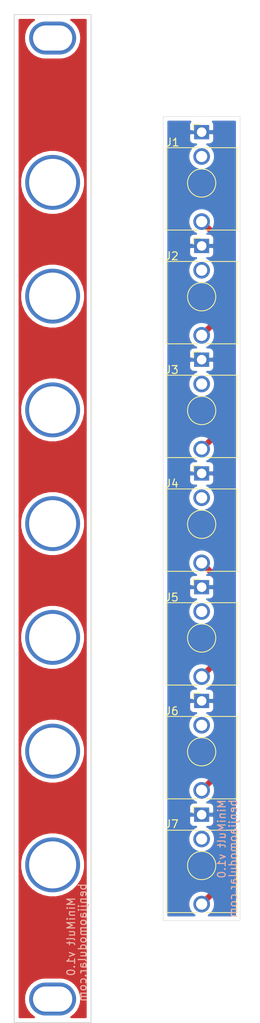
<source format=kicad_pcb>
(kicad_pcb (version 20171130) (host pcbnew 5.1.9+dfsg1-1~bpo10+1)

  (general
    (thickness 1.6)
    (drawings 18)
    (tracks 15)
    (zones 0)
    (modules 15)
    (nets 4)
  )

  (page A4)
  (title_block
    (title MiniMult)
    (company benjiaomodular)
  )

  (layers
    (0 F.Cu signal)
    (31 B.Cu signal)
    (32 B.Adhes user)
    (33 F.Adhes user)
    (34 B.Paste user)
    (35 F.Paste user)
    (36 B.SilkS user)
    (37 F.SilkS user)
    (38 B.Mask user)
    (39 F.Mask user)
    (40 Dwgs.User user)
    (41 Cmts.User user)
    (42 Eco1.User user)
    (43 Eco2.User user)
    (44 Edge.Cuts user)
    (45 Margin user)
    (46 B.CrtYd user)
    (47 F.CrtYd user)
    (48 B.Fab user)
    (49 F.Fab user)
  )

  (setup
    (last_trace_width 0.75)
    (user_trace_width 0.75)
    (trace_clearance 0.2)
    (zone_clearance 0.508)
    (zone_45_only no)
    (trace_min 0.2)
    (via_size 0.8)
    (via_drill 0.4)
    (via_min_size 0.4)
    (via_min_drill 0.3)
    (uvia_size 0.3)
    (uvia_drill 0.1)
    (uvias_allowed no)
    (uvia_min_size 0.2)
    (uvia_min_drill 0.1)
    (edge_width 0.05)
    (segment_width 0.2)
    (pcb_text_width 0.3)
    (pcb_text_size 1.5 1.5)
    (mod_edge_width 0.12)
    (mod_text_size 1 1)
    (mod_text_width 0.15)
    (pad_size 1.524 1.524)
    (pad_drill 0.762)
    (pad_to_mask_clearance 0)
    (aux_axis_origin 0 0)
    (visible_elements FFFFFF7F)
    (pcbplotparams
      (layerselection 0x010fc_ffffffff)
      (usegerberextensions false)
      (usegerberattributes true)
      (usegerberadvancedattributes true)
      (creategerberjobfile true)
      (excludeedgelayer true)
      (linewidth 0.100000)
      (plotframeref false)
      (viasonmask false)
      (mode 1)
      (useauxorigin false)
      (hpglpennumber 1)
      (hpglpenspeed 20)
      (hpglpendiameter 15.000000)
      (psnegative false)
      (psa4output false)
      (plotreference true)
      (plotvalue true)
      (plotinvisibletext false)
      (padsonsilk false)
      (subtractmaskfromsilk false)
      (outputformat 1)
      (mirror false)
      (drillshape 1)
      (scaleselection 1)
      (outputdirectory ""))
  )

  (net 0 "")
  (net 1 GND)
  (net 2 "Net-(J1-PadT)")
  (net 3 "Net-(J4-PadT)")

  (net_class Default "This is the default net class."
    (clearance 0.2)
    (trace_width 0.25)
    (via_dia 0.8)
    (via_drill 0.4)
    (uvia_dia 0.3)
    (uvia_drill 0.1)
    (add_net GND)
    (add_net "Net-(J1-PadT)")
    (add_net "Net-(J4-PadT)")
  )

  (module benjiaomodular:PanelHole_AudioJack_3.5mm (layer F.Cu) (tedit 61D861E6) (tstamp 61D9B2B1)
    (at 124.9 122.9)
    (fp_text reference REF** (at 0 0.5) (layer F.Fab)
      (effects (font (size 1 1) (thickness 0.15)))
    )
    (fp_text value PanelHole_AudioJack_3.5mm (at 0.1 13.9 180) (layer F.Fab) hide
      (effects (font (size 1 1) (thickness 0.15)))
    )
    (fp_line (start -4.5 12.48) (end -4.5 2.08) (layer F.Fab) (width 0.1))
    (fp_line (start 4.5 12.48) (end -4.5 12.48) (layer F.Fab) (width 0.1))
    (fp_line (start 5 12.98) (end -5 12.98) (layer F.CrtYd) (width 0.05))
    (fp_line (start 0 0) (end 0 2.03) (layer F.Fab) (width 0.1))
    (fp_line (start 5 -1.42) (end -5 -1.42) (layer F.CrtYd) (width 0.05))
    (fp_line (start 4.5 2.03) (end -4.5 2.03) (layer F.Fab) (width 0.1))
    (fp_line (start -5 12.98) (end -5 -1.42) (layer F.CrtYd) (width 0.05))
    (fp_line (start 4.5 12.48) (end 4.5 2.08) (layer F.Fab) (width 0.1))
    (fp_line (start 5 12.98) (end 5 -1.42) (layer F.CrtYd) (width 0.05))
    (fp_circle (center 0 6.5) (end 4 6.5) (layer F.Fab) (width 0.12))
    (pad "" thru_hole circle (at 0 6.5 180) (size 7 7) (drill 6) (layers *.Cu *.Mask))
  )

  (module benjiaomodular:PanelHole_AudioJack_3.5mm (layer F.Cu) (tedit 61D861E6) (tstamp 61D9B2B1)
    (at 124.9 137.4)
    (fp_text reference REF** (at 0 0.5) (layer F.Fab)
      (effects (font (size 1 1) (thickness 0.15)))
    )
    (fp_text value PanelHole_AudioJack_3.5mm (at 0.1 13.9 180) (layer F.Fab) hide
      (effects (font (size 1 1) (thickness 0.15)))
    )
    (fp_line (start -4.5 12.48) (end -4.5 2.08) (layer F.Fab) (width 0.1))
    (fp_line (start 4.5 12.48) (end -4.5 12.48) (layer F.Fab) (width 0.1))
    (fp_line (start 5 12.98) (end -5 12.98) (layer F.CrtYd) (width 0.05))
    (fp_line (start 0 0) (end 0 2.03) (layer F.Fab) (width 0.1))
    (fp_line (start 5 -1.42) (end -5 -1.42) (layer F.CrtYd) (width 0.05))
    (fp_line (start 4.5 2.03) (end -4.5 2.03) (layer F.Fab) (width 0.1))
    (fp_line (start -5 12.98) (end -5 -1.42) (layer F.CrtYd) (width 0.05))
    (fp_line (start 4.5 12.48) (end 4.5 2.08) (layer F.Fab) (width 0.1))
    (fp_line (start 5 12.98) (end 5 -1.42) (layer F.CrtYd) (width 0.05))
    (fp_circle (center 0 6.5) (end 4 6.5) (layer F.Fab) (width 0.12))
    (pad "" thru_hole circle (at 0 6.5 180) (size 7 7) (drill 6) (layers *.Cu *.Mask))
  )

  (module benjiaomodular:PanelHole_AudioJack_3.5mm (layer F.Cu) (tedit 61D861E6) (tstamp 61D9B2B1)
    (at 124.9 151.9)
    (fp_text reference REF** (at 0 0.5) (layer F.Fab)
      (effects (font (size 1 1) (thickness 0.15)))
    )
    (fp_text value PanelHole_AudioJack_3.5mm (at 0.1 13.9 180) (layer F.Fab) hide
      (effects (font (size 1 1) (thickness 0.15)))
    )
    (fp_line (start -4.5 12.48) (end -4.5 2.08) (layer F.Fab) (width 0.1))
    (fp_line (start 4.5 12.48) (end -4.5 12.48) (layer F.Fab) (width 0.1))
    (fp_line (start 5 12.98) (end -5 12.98) (layer F.CrtYd) (width 0.05))
    (fp_line (start 0 0) (end 0 2.03) (layer F.Fab) (width 0.1))
    (fp_line (start 5 -1.42) (end -5 -1.42) (layer F.CrtYd) (width 0.05))
    (fp_line (start 4.5 2.03) (end -4.5 2.03) (layer F.Fab) (width 0.1))
    (fp_line (start -5 12.98) (end -5 -1.42) (layer F.CrtYd) (width 0.05))
    (fp_line (start 4.5 12.48) (end 4.5 2.08) (layer F.Fab) (width 0.1))
    (fp_line (start 5 12.98) (end 5 -1.42) (layer F.CrtYd) (width 0.05))
    (fp_circle (center 0 6.5) (end 4 6.5) (layer F.Fab) (width 0.12))
    (pad "" thru_hole circle (at 0 6.5 180) (size 7 7) (drill 6) (layers *.Cu *.Mask))
  )

  (module benjiaomodular:PanelHole_AudioJack_3.5mm (layer F.Cu) (tedit 61D861E6) (tstamp 61D9B2B1)
    (at 124.9 108.4)
    (fp_text reference REF** (at 0 0.5) (layer F.Fab)
      (effects (font (size 1 1) (thickness 0.15)))
    )
    (fp_text value PanelHole_AudioJack_3.5mm (at 0.1 13.9 180) (layer F.Fab) hide
      (effects (font (size 1 1) (thickness 0.15)))
    )
    (fp_line (start -4.5 12.48) (end -4.5 2.08) (layer F.Fab) (width 0.1))
    (fp_line (start 4.5 12.48) (end -4.5 12.48) (layer F.Fab) (width 0.1))
    (fp_line (start 5 12.98) (end -5 12.98) (layer F.CrtYd) (width 0.05))
    (fp_line (start 0 0) (end 0 2.03) (layer F.Fab) (width 0.1))
    (fp_line (start 5 -1.42) (end -5 -1.42) (layer F.CrtYd) (width 0.05))
    (fp_line (start 4.5 2.03) (end -4.5 2.03) (layer F.Fab) (width 0.1))
    (fp_line (start -5 12.98) (end -5 -1.42) (layer F.CrtYd) (width 0.05))
    (fp_line (start 4.5 12.48) (end 4.5 2.08) (layer F.Fab) (width 0.1))
    (fp_line (start 5 12.98) (end 5 -1.42) (layer F.CrtYd) (width 0.05))
    (fp_circle (center 0 6.5) (end 4 6.5) (layer F.Fab) (width 0.12))
    (pad "" thru_hole circle (at 0 6.5 180) (size 7 7) (drill 6) (layers *.Cu *.Mask))
  )

  (module benjiaomodular:PanelHole_AudioJack_3.5mm (layer F.Cu) (tedit 61D861E6) (tstamp 61D9B2B1)
    (at 124.9 93.9)
    (fp_text reference REF** (at 0 0.5) (layer F.Fab)
      (effects (font (size 1 1) (thickness 0.15)))
    )
    (fp_text value PanelHole_AudioJack_3.5mm (at 0.1 13.9 180) (layer F.Fab) hide
      (effects (font (size 1 1) (thickness 0.15)))
    )
    (fp_line (start -4.5 12.48) (end -4.5 2.08) (layer F.Fab) (width 0.1))
    (fp_line (start 4.5 12.48) (end -4.5 12.48) (layer F.Fab) (width 0.1))
    (fp_line (start 5 12.98) (end -5 12.98) (layer F.CrtYd) (width 0.05))
    (fp_line (start 0 0) (end 0 2.03) (layer F.Fab) (width 0.1))
    (fp_line (start 5 -1.42) (end -5 -1.42) (layer F.CrtYd) (width 0.05))
    (fp_line (start 4.5 2.03) (end -4.5 2.03) (layer F.Fab) (width 0.1))
    (fp_line (start -5 12.98) (end -5 -1.42) (layer F.CrtYd) (width 0.05))
    (fp_line (start 4.5 12.48) (end 4.5 2.08) (layer F.Fab) (width 0.1))
    (fp_line (start 5 12.98) (end 5 -1.42) (layer F.CrtYd) (width 0.05))
    (fp_circle (center 0 6.5) (end 4 6.5) (layer F.Fab) (width 0.12))
    (pad "" thru_hole circle (at 0 6.5 180) (size 7 7) (drill 6) (layers *.Cu *.Mask))
  )

  (module benjiaomodular:PanelHole_AudioJack_3.5mm (layer F.Cu) (tedit 61D861E6) (tstamp 61D9B2B1)
    (at 124.9 79.4)
    (fp_text reference REF** (at 0 0.5) (layer F.Fab)
      (effects (font (size 1 1) (thickness 0.15)))
    )
    (fp_text value PanelHole_AudioJack_3.5mm (at 0.1 13.9 180) (layer F.Fab) hide
      (effects (font (size 1 1) (thickness 0.15)))
    )
    (fp_line (start -4.5 12.48) (end -4.5 2.08) (layer F.Fab) (width 0.1))
    (fp_line (start 4.5 12.48) (end -4.5 12.48) (layer F.Fab) (width 0.1))
    (fp_line (start 5 12.98) (end -5 12.98) (layer F.CrtYd) (width 0.05))
    (fp_line (start 0 0) (end 0 2.03) (layer F.Fab) (width 0.1))
    (fp_line (start 5 -1.42) (end -5 -1.42) (layer F.CrtYd) (width 0.05))
    (fp_line (start 4.5 2.03) (end -4.5 2.03) (layer F.Fab) (width 0.1))
    (fp_line (start -5 12.98) (end -5 -1.42) (layer F.CrtYd) (width 0.05))
    (fp_line (start 4.5 12.48) (end 4.5 2.08) (layer F.Fab) (width 0.1))
    (fp_line (start 5 12.98) (end 5 -1.42) (layer F.CrtYd) (width 0.05))
    (fp_circle (center 0 6.5) (end 4 6.5) (layer F.Fab) (width 0.12))
    (pad "" thru_hole circle (at 0 6.5 180) (size 7 7) (drill 6) (layers *.Cu *.Mask))
  )

  (module benjiaomodular:PanelHole_AudioJack_3.5mm (layer F.Cu) (tedit 61D861E6) (tstamp 61D9B0AA)
    (at 124.9 64.9)
    (fp_text reference REF** (at 0 0.5) (layer F.Fab)
      (effects (font (size 1 1) (thickness 0.15)))
    )
    (fp_text value PanelHole_AudioJack_3.5mm (at 0.1 13.9 180) (layer F.Fab) hide
      (effects (font (size 1 1) (thickness 0.15)))
    )
    (fp_line (start -4.5 12.48) (end -4.5 2.08) (layer F.Fab) (width 0.1))
    (fp_line (start 4.5 12.48) (end -4.5 12.48) (layer F.Fab) (width 0.1))
    (fp_line (start 5 12.98) (end -5 12.98) (layer F.CrtYd) (width 0.05))
    (fp_line (start 0 0) (end 0 2.03) (layer F.Fab) (width 0.1))
    (fp_line (start 5 -1.42) (end -5 -1.42) (layer F.CrtYd) (width 0.05))
    (fp_line (start 4.5 2.03) (end -4.5 2.03) (layer F.Fab) (width 0.1))
    (fp_line (start -5 12.98) (end -5 -1.42) (layer F.CrtYd) (width 0.05))
    (fp_line (start 4.5 12.48) (end 4.5 2.08) (layer F.Fab) (width 0.1))
    (fp_line (start 5 12.98) (end 5 -1.42) (layer F.CrtYd) (width 0.05))
    (fp_circle (center 0 6.5) (end 4 6.5) (layer F.Fab) (width 0.12))
    (pad "" thru_hole circle (at 0 6.5 180) (size 7 7) (drill 6) (layers *.Cu *.Mask))
  )

  (module benjiaomodular:Panel_2HP (layer F.Cu) (tedit 61D94B16) (tstamp 61D9AE42)
    (at 120 50)
    (fp_text reference REF** (at 5.1 6.1) (layer F.SilkS) hide
      (effects (font (size 1 1) (thickness 0.15)))
    )
    (fp_text value Panel_2HP (at 4.75 -1) (layer F.Fab)
      (effects (font (size 1 1) (thickness 0.15)))
    )
    (fp_line (start 0 0) (end 9.8 0) (layer Dwgs.User) (width 0.12))
    (fp_line (start 9.8 0) (end 9.8 128.5) (layer Dwgs.User) (width 0.12))
    (fp_line (start 0 3) (end 9.8 3) (layer Dwgs.User) (width 0.12))
    (fp_line (start 0 125.5) (end 9.8 125.5) (layer Dwgs.User) (width 0.12))
    (fp_line (start 9.8 128.5) (end 0 128.5) (layer Dwgs.User) (width 0.12))
    (fp_line (start 0 128.5) (end 0 0) (layer Dwgs.User) (width 0.12))
    (fp_line (start 0 115.5) (end 9.8 115.5) (layer Dwgs.User) (width 0.12))
    (fp_line (start 0 13) (end 9.8 13) (layer Dwgs.User) (width 0.12))
    (fp_text user "Clearance for 2020 Aluminum Extrusion" (at 10.5 116.5) (layer Dwgs.User)
      (effects (font (size 0.8 0.8) (thickness 0.12)))
    )
    (fp_text user REF** (at 5.1 6.1) (layer F.SilkS) hide
      (effects (font (size 1 1) (thickness 0.15)))
    )
    (fp_text user REF** (at 5.1 6.1) (layer F.Fab) hide
      (effects (font (size 1 1) (thickness 0.15)))
    )
    (pad 1 thru_hole oval (at 4.9 3) (size 6 4.2) (drill oval 5 3.2) (layers *.Cu *.Mask))
    (pad 1 thru_hole oval (at 4.9 125.5) (size 6 4.2) (drill oval 5 3.2) (layers *.Cu *.Mask))
  )

  (module benjiaomodular:AudioJack_3.5mm (layer F.Cu) (tedit 61D86605) (tstamp 61D9B946)
    (at 143.9 65)
    (path /61D9D025)
    (fp_text reference J1 (at -3.7 1.3) (layer F.SilkS)
      (effects (font (size 1 1) (thickness 0.15)))
    )
    (fp_text value AudioJack2_SwitchT (at 0 -0.5) (layer F.Fab)
      (effects (font (size 1 1) (thickness 0.15)))
    )
    (fp_line (start -1.06 -1) (end -1.06 -0.2) (layer F.SilkS) (width 0.12))
    (fp_circle (center 0 6.48) (end 1.5 6.48) (layer Dwgs.User) (width 0.12))
    (fp_line (start -1.42 6.875) (end 0.4 5.06) (layer Dwgs.User) (width 0.12))
    (fp_line (start 4.5 1.98) (end 4.5 12.48) (layer F.SilkS) (width 0.12))
    (fp_line (start -4.5 12.48) (end -4.5 2.08) (layer F.Fab) (width 0.1))
    (fp_line (start -0.58 7.83) (end 1.36 5.89) (layer Dwgs.User) (width 0.12))
    (fp_line (start 4.5 1.98) (end 0.35 1.98) (layer F.SilkS) (width 0.12))
    (fp_line (start 0.09 7.96) (end 1.48 6.57) (layer Dwgs.User) (width 0.12))
    (fp_line (start -0.35 1.98) (end -4.5 1.98) (layer F.SilkS) (width 0.12))
    (fp_line (start 5 12.98) (end 5 -1.42) (layer F.CrtYd) (width 0.05))
    (fp_circle (center 0 6.48) (end 1.8 6.48) (layer F.SilkS) (width 0.12))
    (fp_line (start -4.5 1.98) (end -4.5 12.48) (layer F.SilkS) (width 0.12))
    (fp_line (start 4.5 12.48) (end 0.5 12.48) (layer F.SilkS) (width 0.12))
    (fp_line (start -1.41 6.02) (end -0.46 5.07) (layer Dwgs.User) (width 0.12))
    (fp_line (start -0.5 12.48) (end -4.5 12.48) (layer F.SilkS) (width 0.12))
    (fp_line (start -1.06 -1) (end -0.2 -1) (layer F.SilkS) (width 0.12))
    (fp_line (start -1.07 7.49) (end 1.01 5.41) (layer Dwgs.User) (width 0.12))
    (fp_line (start -5 12.98) (end -5 -1.42) (layer F.CrtYd) (width 0.05))
    (fp_line (start 4.5 12.48) (end 4.5 2.08) (layer F.Fab) (width 0.1))
    (fp_line (start 4.5 12.48) (end -4.5 12.48) (layer F.Fab) (width 0.1))
    (fp_line (start 4.5 2.03) (end -4.5 2.03) (layer F.Fab) (width 0.1))
    (fp_circle (center 0 6.48) (end 1.8 6.48) (layer F.Fab) (width 0.1))
    (fp_line (start 0 0) (end 0 2.03) (layer F.Fab) (width 0.1))
    (fp_line (start 5 12.98) (end -5 12.98) (layer F.CrtYd) (width 0.05))
    (fp_line (start 5 -1.42) (end -5 -1.42) (layer F.CrtYd) (width 0.05))
    (fp_text user KEEPOUT (at 0 6.48) (layer Cmts.User)
      (effects (font (size 0.4 0.4) (thickness 0.051)))
    )
    (fp_text user %R (at 0 8 180) (layer F.Fab)
      (effects (font (size 1 1) (thickness 0.15)))
    )
    (pad S thru_hole rect (at 0 0 180) (size 1.93 1.83) (drill 1.22) (layers *.Cu *.Mask)
      (net 1 GND))
    (pad TN thru_hole circle (at 0 3.1 180) (size 2.13 2.13) (drill 1.42) (layers *.Cu *.Mask))
    (pad T thru_hole circle (at 0 11.4 180) (size 2.13 2.13) (drill 1.43) (layers *.Cu *.Mask)
      (net 2 "Net-(J1-PadT)"))
  )

  (module benjiaomodular:AudioJack_3.5mm (layer F.Cu) (tedit 61D86605) (tstamp 61D9B968)
    (at 143.9 79.5)
    (path /61D9D798)
    (fp_text reference J2 (at -3.8 1.3) (layer F.SilkS)
      (effects (font (size 1 1) (thickness 0.15)))
    )
    (fp_text value AudioJack2_SwitchT (at 0 -0.5) (layer F.Fab)
      (effects (font (size 1 1) (thickness 0.15)))
    )
    (fp_line (start 5 -1.42) (end -5 -1.42) (layer F.CrtYd) (width 0.05))
    (fp_line (start 5 12.98) (end -5 12.98) (layer F.CrtYd) (width 0.05))
    (fp_line (start 0 0) (end 0 2.03) (layer F.Fab) (width 0.1))
    (fp_circle (center 0 6.48) (end 1.8 6.48) (layer F.Fab) (width 0.1))
    (fp_line (start 4.5 2.03) (end -4.5 2.03) (layer F.Fab) (width 0.1))
    (fp_line (start 4.5 12.48) (end -4.5 12.48) (layer F.Fab) (width 0.1))
    (fp_line (start 4.5 12.48) (end 4.5 2.08) (layer F.Fab) (width 0.1))
    (fp_line (start -5 12.98) (end -5 -1.42) (layer F.CrtYd) (width 0.05))
    (fp_line (start -1.07 7.49) (end 1.01 5.41) (layer Dwgs.User) (width 0.12))
    (fp_line (start -1.06 -1) (end -0.2 -1) (layer F.SilkS) (width 0.12))
    (fp_line (start -0.5 12.48) (end -4.5 12.48) (layer F.SilkS) (width 0.12))
    (fp_line (start -1.41 6.02) (end -0.46 5.07) (layer Dwgs.User) (width 0.12))
    (fp_line (start 4.5 12.48) (end 0.5 12.48) (layer F.SilkS) (width 0.12))
    (fp_line (start -4.5 1.98) (end -4.5 12.48) (layer F.SilkS) (width 0.12))
    (fp_circle (center 0 6.48) (end 1.8 6.48) (layer F.SilkS) (width 0.12))
    (fp_line (start 5 12.98) (end 5 -1.42) (layer F.CrtYd) (width 0.05))
    (fp_line (start -0.35 1.98) (end -4.5 1.98) (layer F.SilkS) (width 0.12))
    (fp_line (start 0.09 7.96) (end 1.48 6.57) (layer Dwgs.User) (width 0.12))
    (fp_line (start 4.5 1.98) (end 0.35 1.98) (layer F.SilkS) (width 0.12))
    (fp_line (start -0.58 7.83) (end 1.36 5.89) (layer Dwgs.User) (width 0.12))
    (fp_line (start -4.5 12.48) (end -4.5 2.08) (layer F.Fab) (width 0.1))
    (fp_line (start 4.5 1.98) (end 4.5 12.48) (layer F.SilkS) (width 0.12))
    (fp_line (start -1.42 6.875) (end 0.4 5.06) (layer Dwgs.User) (width 0.12))
    (fp_circle (center 0 6.48) (end 1.5 6.48) (layer Dwgs.User) (width 0.12))
    (fp_line (start -1.06 -1) (end -1.06 -0.2) (layer F.SilkS) (width 0.12))
    (fp_text user %R (at 0 8 180) (layer F.Fab)
      (effects (font (size 1 1) (thickness 0.15)))
    )
    (fp_text user KEEPOUT (at 0 6.48) (layer Cmts.User)
      (effects (font (size 0.4 0.4) (thickness 0.051)))
    )
    (pad T thru_hole circle (at 0 11.4 180) (size 2.13 2.13) (drill 1.43) (layers *.Cu *.Mask)
      (net 2 "Net-(J1-PadT)"))
    (pad TN thru_hole circle (at 0 3.1 180) (size 2.13 2.13) (drill 1.42) (layers *.Cu *.Mask))
    (pad S thru_hole rect (at 0 0 180) (size 1.93 1.83) (drill 1.22) (layers *.Cu *.Mask)
      (net 1 GND))
  )

  (module benjiaomodular:AudioJack_3.5mm (layer F.Cu) (tedit 61D86605) (tstamp 61D9B98A)
    (at 143.9 94)
    (path /61D9DBF1)
    (fp_text reference J3 (at -3.8 1.3) (layer F.SilkS)
      (effects (font (size 1 1) (thickness 0.15)))
    )
    (fp_text value AudioJack2_SwitchT (at 0 -0.5) (layer F.Fab)
      (effects (font (size 1 1) (thickness 0.15)))
    )
    (fp_line (start -1.06 -1) (end -1.06 -0.2) (layer F.SilkS) (width 0.12))
    (fp_circle (center 0 6.48) (end 1.5 6.48) (layer Dwgs.User) (width 0.12))
    (fp_line (start -1.42 6.875) (end 0.4 5.06) (layer Dwgs.User) (width 0.12))
    (fp_line (start 4.5 1.98) (end 4.5 12.48) (layer F.SilkS) (width 0.12))
    (fp_line (start -4.5 12.48) (end -4.5 2.08) (layer F.Fab) (width 0.1))
    (fp_line (start -0.58 7.83) (end 1.36 5.89) (layer Dwgs.User) (width 0.12))
    (fp_line (start 4.5 1.98) (end 0.35 1.98) (layer F.SilkS) (width 0.12))
    (fp_line (start 0.09 7.96) (end 1.48 6.57) (layer Dwgs.User) (width 0.12))
    (fp_line (start -0.35 1.98) (end -4.5 1.98) (layer F.SilkS) (width 0.12))
    (fp_line (start 5 12.98) (end 5 -1.42) (layer F.CrtYd) (width 0.05))
    (fp_circle (center 0 6.48) (end 1.8 6.48) (layer F.SilkS) (width 0.12))
    (fp_line (start -4.5 1.98) (end -4.5 12.48) (layer F.SilkS) (width 0.12))
    (fp_line (start 4.5 12.48) (end 0.5 12.48) (layer F.SilkS) (width 0.12))
    (fp_line (start -1.41 6.02) (end -0.46 5.07) (layer Dwgs.User) (width 0.12))
    (fp_line (start -0.5 12.48) (end -4.5 12.48) (layer F.SilkS) (width 0.12))
    (fp_line (start -1.06 -1) (end -0.2 -1) (layer F.SilkS) (width 0.12))
    (fp_line (start -1.07 7.49) (end 1.01 5.41) (layer Dwgs.User) (width 0.12))
    (fp_line (start -5 12.98) (end -5 -1.42) (layer F.CrtYd) (width 0.05))
    (fp_line (start 4.5 12.48) (end 4.5 2.08) (layer F.Fab) (width 0.1))
    (fp_line (start 4.5 12.48) (end -4.5 12.48) (layer F.Fab) (width 0.1))
    (fp_line (start 4.5 2.03) (end -4.5 2.03) (layer F.Fab) (width 0.1))
    (fp_circle (center 0 6.48) (end 1.8 6.48) (layer F.Fab) (width 0.1))
    (fp_line (start 0 0) (end 0 2.03) (layer F.Fab) (width 0.1))
    (fp_line (start 5 12.98) (end -5 12.98) (layer F.CrtYd) (width 0.05))
    (fp_line (start 5 -1.42) (end -5 -1.42) (layer F.CrtYd) (width 0.05))
    (fp_text user KEEPOUT (at 0 6.48) (layer Cmts.User)
      (effects (font (size 0.4 0.4) (thickness 0.051)))
    )
    (fp_text user %R (at 0 8 180) (layer F.Fab)
      (effects (font (size 1 1) (thickness 0.15)))
    )
    (pad S thru_hole rect (at 0 0 180) (size 1.93 1.83) (drill 1.22) (layers *.Cu *.Mask)
      (net 1 GND))
    (pad TN thru_hole circle (at 0 3.1 180) (size 2.13 2.13) (drill 1.42) (layers *.Cu *.Mask))
    (pad T thru_hole circle (at 0 11.4 180) (size 2.13 2.13) (drill 1.43) (layers *.Cu *.Mask)
      (net 2 "Net-(J1-PadT)"))
  )

  (module benjiaomodular:AudioJack_3.5mm (layer F.Cu) (tedit 61D86605) (tstamp 61D9B9AC)
    (at 143.9 108.5)
    (path /61D9DF54)
    (fp_text reference J4 (at -3.8 1.3) (layer F.SilkS)
      (effects (font (size 1 1) (thickness 0.15)))
    )
    (fp_text value AudioJack2_SwitchT (at 0 -0.5) (layer F.Fab)
      (effects (font (size 1 1) (thickness 0.15)))
    )
    (fp_line (start 5 -1.42) (end -5 -1.42) (layer F.CrtYd) (width 0.05))
    (fp_line (start 5 12.98) (end -5 12.98) (layer F.CrtYd) (width 0.05))
    (fp_line (start 0 0) (end 0 2.03) (layer F.Fab) (width 0.1))
    (fp_circle (center 0 6.48) (end 1.8 6.48) (layer F.Fab) (width 0.1))
    (fp_line (start 4.5 2.03) (end -4.5 2.03) (layer F.Fab) (width 0.1))
    (fp_line (start 4.5 12.48) (end -4.5 12.48) (layer F.Fab) (width 0.1))
    (fp_line (start 4.5 12.48) (end 4.5 2.08) (layer F.Fab) (width 0.1))
    (fp_line (start -5 12.98) (end -5 -1.42) (layer F.CrtYd) (width 0.05))
    (fp_line (start -1.07 7.49) (end 1.01 5.41) (layer Dwgs.User) (width 0.12))
    (fp_line (start -1.06 -1) (end -0.2 -1) (layer F.SilkS) (width 0.12))
    (fp_line (start -0.5 12.48) (end -4.5 12.48) (layer F.SilkS) (width 0.12))
    (fp_line (start -1.41 6.02) (end -0.46 5.07) (layer Dwgs.User) (width 0.12))
    (fp_line (start 4.5 12.48) (end 0.5 12.48) (layer F.SilkS) (width 0.12))
    (fp_line (start -4.5 1.98) (end -4.5 12.48) (layer F.SilkS) (width 0.12))
    (fp_circle (center 0 6.48) (end 1.8 6.48) (layer F.SilkS) (width 0.12))
    (fp_line (start 5 12.98) (end 5 -1.42) (layer F.CrtYd) (width 0.05))
    (fp_line (start -0.35 1.98) (end -4.5 1.98) (layer F.SilkS) (width 0.12))
    (fp_line (start 0.09 7.96) (end 1.48 6.57) (layer Dwgs.User) (width 0.12))
    (fp_line (start 4.5 1.98) (end 0.35 1.98) (layer F.SilkS) (width 0.12))
    (fp_line (start -0.58 7.83) (end 1.36 5.89) (layer Dwgs.User) (width 0.12))
    (fp_line (start -4.5 12.48) (end -4.5 2.08) (layer F.Fab) (width 0.1))
    (fp_line (start 4.5 1.98) (end 4.5 12.48) (layer F.SilkS) (width 0.12))
    (fp_line (start -1.42 6.875) (end 0.4 5.06) (layer Dwgs.User) (width 0.12))
    (fp_circle (center 0 6.48) (end 1.5 6.48) (layer Dwgs.User) (width 0.12))
    (fp_line (start -1.06 -1) (end -1.06 -0.2) (layer F.SilkS) (width 0.12))
    (fp_text user %R (at 0 8 180) (layer F.Fab)
      (effects (font (size 1 1) (thickness 0.15)))
    )
    (fp_text user KEEPOUT (at 0 6.48) (layer Cmts.User)
      (effects (font (size 0.4 0.4) (thickness 0.051)))
    )
    (pad T thru_hole circle (at 0 11.4 180) (size 2.13 2.13) (drill 1.43) (layers *.Cu *.Mask)
      (net 3 "Net-(J4-PadT)"))
    (pad TN thru_hole circle (at 0 3.1 180) (size 2.13 2.13) (drill 1.42) (layers *.Cu *.Mask))
    (pad S thru_hole rect (at 0 0 180) (size 1.93 1.83) (drill 1.22) (layers *.Cu *.Mask)
      (net 1 GND))
  )

  (module benjiaomodular:AudioJack_3.5mm (layer F.Cu) (tedit 61D86605) (tstamp 61D9B9CE)
    (at 143.9 123)
    (path /61D9E525)
    (fp_text reference J5 (at -3.8 1.3) (layer F.SilkS)
      (effects (font (size 1 1) (thickness 0.15)))
    )
    (fp_text value AudioJack2_SwitchT (at 0 -0.5) (layer F.Fab)
      (effects (font (size 1 1) (thickness 0.15)))
    )
    (fp_line (start -1.06 -1) (end -1.06 -0.2) (layer F.SilkS) (width 0.12))
    (fp_circle (center 0 6.48) (end 1.5 6.48) (layer Dwgs.User) (width 0.12))
    (fp_line (start -1.42 6.875) (end 0.4 5.06) (layer Dwgs.User) (width 0.12))
    (fp_line (start 4.5 1.98) (end 4.5 12.48) (layer F.SilkS) (width 0.12))
    (fp_line (start -4.5 12.48) (end -4.5 2.08) (layer F.Fab) (width 0.1))
    (fp_line (start -0.58 7.83) (end 1.36 5.89) (layer Dwgs.User) (width 0.12))
    (fp_line (start 4.5 1.98) (end 0.35 1.98) (layer F.SilkS) (width 0.12))
    (fp_line (start 0.09 7.96) (end 1.48 6.57) (layer Dwgs.User) (width 0.12))
    (fp_line (start -0.35 1.98) (end -4.5 1.98) (layer F.SilkS) (width 0.12))
    (fp_line (start 5 12.98) (end 5 -1.42) (layer F.CrtYd) (width 0.05))
    (fp_circle (center 0 6.48) (end 1.8 6.48) (layer F.SilkS) (width 0.12))
    (fp_line (start -4.5 1.98) (end -4.5 12.48) (layer F.SilkS) (width 0.12))
    (fp_line (start 4.5 12.48) (end 0.5 12.48) (layer F.SilkS) (width 0.12))
    (fp_line (start -1.41 6.02) (end -0.46 5.07) (layer Dwgs.User) (width 0.12))
    (fp_line (start -0.5 12.48) (end -4.5 12.48) (layer F.SilkS) (width 0.12))
    (fp_line (start -1.06 -1) (end -0.2 -1) (layer F.SilkS) (width 0.12))
    (fp_line (start -1.07 7.49) (end 1.01 5.41) (layer Dwgs.User) (width 0.12))
    (fp_line (start -5 12.98) (end -5 -1.42) (layer F.CrtYd) (width 0.05))
    (fp_line (start 4.5 12.48) (end 4.5 2.08) (layer F.Fab) (width 0.1))
    (fp_line (start 4.5 12.48) (end -4.5 12.48) (layer F.Fab) (width 0.1))
    (fp_line (start 4.5 2.03) (end -4.5 2.03) (layer F.Fab) (width 0.1))
    (fp_circle (center 0 6.48) (end 1.8 6.48) (layer F.Fab) (width 0.1))
    (fp_line (start 0 0) (end 0 2.03) (layer F.Fab) (width 0.1))
    (fp_line (start 5 12.98) (end -5 12.98) (layer F.CrtYd) (width 0.05))
    (fp_line (start 5 -1.42) (end -5 -1.42) (layer F.CrtYd) (width 0.05))
    (fp_text user KEEPOUT (at 0 6.48) (layer Cmts.User)
      (effects (font (size 0.4 0.4) (thickness 0.051)))
    )
    (fp_text user %R (at 0 8 180) (layer F.Fab)
      (effects (font (size 1 1) (thickness 0.15)))
    )
    (pad S thru_hole rect (at 0 0 180) (size 1.93 1.83) (drill 1.22) (layers *.Cu *.Mask)
      (net 1 GND))
    (pad TN thru_hole circle (at 0 3.1 180) (size 2.13 2.13) (drill 1.42) (layers *.Cu *.Mask))
    (pad T thru_hole circle (at 0 11.4 180) (size 2.13 2.13) (drill 1.43) (layers *.Cu *.Mask)
      (net 3 "Net-(J4-PadT)"))
  )

  (module benjiaomodular:AudioJack_3.5mm (layer F.Cu) (tedit 61D86605) (tstamp 61D9B9F0)
    (at 143.9 137.5)
    (path /61D9E909)
    (fp_text reference J6 (at -3.8 1.3) (layer F.SilkS)
      (effects (font (size 1 1) (thickness 0.15)))
    )
    (fp_text value AudioJack2_SwitchT (at 0 -0.5) (layer F.Fab)
      (effects (font (size 1 1) (thickness 0.15)))
    )
    (fp_line (start 5 -1.42) (end -5 -1.42) (layer F.CrtYd) (width 0.05))
    (fp_line (start 5 12.98) (end -5 12.98) (layer F.CrtYd) (width 0.05))
    (fp_line (start 0 0) (end 0 2.03) (layer F.Fab) (width 0.1))
    (fp_circle (center 0 6.48) (end 1.8 6.48) (layer F.Fab) (width 0.1))
    (fp_line (start 4.5 2.03) (end -4.5 2.03) (layer F.Fab) (width 0.1))
    (fp_line (start 4.5 12.48) (end -4.5 12.48) (layer F.Fab) (width 0.1))
    (fp_line (start 4.5 12.48) (end 4.5 2.08) (layer F.Fab) (width 0.1))
    (fp_line (start -5 12.98) (end -5 -1.42) (layer F.CrtYd) (width 0.05))
    (fp_line (start -1.07 7.49) (end 1.01 5.41) (layer Dwgs.User) (width 0.12))
    (fp_line (start -1.06 -1) (end -0.2 -1) (layer F.SilkS) (width 0.12))
    (fp_line (start -0.5 12.48) (end -4.5 12.48) (layer F.SilkS) (width 0.12))
    (fp_line (start -1.41 6.02) (end -0.46 5.07) (layer Dwgs.User) (width 0.12))
    (fp_line (start 4.5 12.48) (end 0.5 12.48) (layer F.SilkS) (width 0.12))
    (fp_line (start -4.5 1.98) (end -4.5 12.48) (layer F.SilkS) (width 0.12))
    (fp_circle (center 0 6.48) (end 1.8 6.48) (layer F.SilkS) (width 0.12))
    (fp_line (start 5 12.98) (end 5 -1.42) (layer F.CrtYd) (width 0.05))
    (fp_line (start -0.35 1.98) (end -4.5 1.98) (layer F.SilkS) (width 0.12))
    (fp_line (start 0.09 7.96) (end 1.48 6.57) (layer Dwgs.User) (width 0.12))
    (fp_line (start 4.5 1.98) (end 0.35 1.98) (layer F.SilkS) (width 0.12))
    (fp_line (start -0.58 7.83) (end 1.36 5.89) (layer Dwgs.User) (width 0.12))
    (fp_line (start -4.5 12.48) (end -4.5 2.08) (layer F.Fab) (width 0.1))
    (fp_line (start 4.5 1.98) (end 4.5 12.48) (layer F.SilkS) (width 0.12))
    (fp_line (start -1.42 6.875) (end 0.4 5.06) (layer Dwgs.User) (width 0.12))
    (fp_circle (center 0 6.48) (end 1.5 6.48) (layer Dwgs.User) (width 0.12))
    (fp_line (start -1.06 -1) (end -1.06 -0.2) (layer F.SilkS) (width 0.12))
    (fp_text user %R (at 0 8 180) (layer F.Fab)
      (effects (font (size 1 1) (thickness 0.15)))
    )
    (fp_text user KEEPOUT (at 0 6.48) (layer Cmts.User)
      (effects (font (size 0.4 0.4) (thickness 0.051)))
    )
    (pad T thru_hole circle (at 0 11.4 180) (size 2.13 2.13) (drill 1.43) (layers *.Cu *.Mask)
      (net 3 "Net-(J4-PadT)"))
    (pad TN thru_hole circle (at 0 3.1 180) (size 2.13 2.13) (drill 1.42) (layers *.Cu *.Mask))
    (pad S thru_hole rect (at 0 0 180) (size 1.93 1.83) (drill 1.22) (layers *.Cu *.Mask)
      (net 1 GND))
  )

  (module benjiaomodular:AudioJack_3.5mm (layer F.Cu) (tedit 61D86605) (tstamp 61D9BA12)
    (at 143.9 152)
    (path /61D9F1E7)
    (fp_text reference J7 (at -3.8 1.2) (layer F.SilkS)
      (effects (font (size 1 1) (thickness 0.15)))
    )
    (fp_text value AudioJack2_SwitchT (at 0 -0.5) (layer F.Fab)
      (effects (font (size 1 1) (thickness 0.15)))
    )
    (fp_line (start -1.06 -1) (end -1.06 -0.2) (layer F.SilkS) (width 0.12))
    (fp_circle (center 0 6.48) (end 1.5 6.48) (layer Dwgs.User) (width 0.12))
    (fp_line (start -1.42 6.875) (end 0.4 5.06) (layer Dwgs.User) (width 0.12))
    (fp_line (start 4.5 1.98) (end 4.5 12.48) (layer F.SilkS) (width 0.12))
    (fp_line (start -4.5 12.48) (end -4.5 2.08) (layer F.Fab) (width 0.1))
    (fp_line (start -0.58 7.83) (end 1.36 5.89) (layer Dwgs.User) (width 0.12))
    (fp_line (start 4.5 1.98) (end 0.35 1.98) (layer F.SilkS) (width 0.12))
    (fp_line (start 0.09 7.96) (end 1.48 6.57) (layer Dwgs.User) (width 0.12))
    (fp_line (start -0.35 1.98) (end -4.5 1.98) (layer F.SilkS) (width 0.12))
    (fp_line (start 5 12.98) (end 5 -1.42) (layer F.CrtYd) (width 0.05))
    (fp_circle (center 0 6.48) (end 1.8 6.48) (layer F.SilkS) (width 0.12))
    (fp_line (start -4.5 1.98) (end -4.5 12.48) (layer F.SilkS) (width 0.12))
    (fp_line (start 4.5 12.48) (end 0.5 12.48) (layer F.SilkS) (width 0.12))
    (fp_line (start -1.41 6.02) (end -0.46 5.07) (layer Dwgs.User) (width 0.12))
    (fp_line (start -0.5 12.48) (end -4.5 12.48) (layer F.SilkS) (width 0.12))
    (fp_line (start -1.06 -1) (end -0.2 -1) (layer F.SilkS) (width 0.12))
    (fp_line (start -1.07 7.49) (end 1.01 5.41) (layer Dwgs.User) (width 0.12))
    (fp_line (start -5 12.98) (end -5 -1.42) (layer F.CrtYd) (width 0.05))
    (fp_line (start 4.5 12.48) (end 4.5 2.08) (layer F.Fab) (width 0.1))
    (fp_line (start 4.5 12.48) (end -4.5 12.48) (layer F.Fab) (width 0.1))
    (fp_line (start 4.5 2.03) (end -4.5 2.03) (layer F.Fab) (width 0.1))
    (fp_circle (center 0 6.48) (end 1.8 6.48) (layer F.Fab) (width 0.1))
    (fp_line (start 0 0) (end 0 2.03) (layer F.Fab) (width 0.1))
    (fp_line (start 5 12.98) (end -5 12.98) (layer F.CrtYd) (width 0.05))
    (fp_line (start 5 -1.42) (end -5 -1.42) (layer F.CrtYd) (width 0.05))
    (fp_text user KEEPOUT (at 0 6.48) (layer Cmts.User)
      (effects (font (size 0.4 0.4) (thickness 0.051)))
    )
    (fp_text user %R (at 0 8 180) (layer F.Fab)
      (effects (font (size 1 1) (thickness 0.15)))
    )
    (pad S thru_hole rect (at 0 0 180) (size 1.93 1.83) (drill 1.22) (layers *.Cu *.Mask)
      (net 1 GND))
    (pad TN thru_hole circle (at 0 3.1 180) (size 2.13 2.13) (drill 1.42) (layers *.Cu *.Mask))
    (pad T thru_hole circle (at 0 11.4 180) (size 2.13 2.13) (drill 1.43) (layers *.Cu *.Mask)
      (net 3 "Net-(J4-PadT)"))
  )

  (gr_text benjiaomodular.com (at 147.9 157.6 90) (layer B.SilkS) (tstamp 61D9C6C3)
    (effects (font (size 1 1) (thickness 0.15)) (justify mirror))
  )
  (gr_text benjiaomodular.com (at 128.7 168.3 90) (layer B.SilkS)
    (effects (font (size 1 1) (thickness 0.15)) (justify mirror))
  )
  (gr_text "MiniMult v1.0" (at 146.45 155.1 90) (layer B.SilkS) (tstamp 61D9C4B7)
    (effects (font (size 1 1) (thickness 0.15)) (justify mirror))
  )
  (gr_text "MiniMult v1.0" (at 127.25 167.55 90) (layer B.SilkS)
    (effects (font (size 1 1) (thickness 0.15)) (justify mirror))
  )
  (gr_line (start 124.9 147.7) (end 124.9 154.6) (layer F.Mask) (width 0.6) (tstamp 61D9C0C4))
  (gr_line (start 124.9 133.2) (end 124.9 140.1) (layer F.Mask) (width 0.6) (tstamp 61D9C0C4))
  (gr_line (start 124.9 118.7) (end 124.9 125.6) (layer F.Mask) (width 0.6) (tstamp 61D9C0C4))
  (gr_line (start 124.9 89.7) (end 124.9 96.6) (layer F.Mask) (width 0.6) (tstamp 61D9C0C4))
  (gr_line (start 124.9 75.2) (end 124.9 82.1) (layer F.Mask) (width 0.6))
  (gr_text X (at 125 61.1) (layer F.Mask)
    (effects (font (size 4 4) (thickness 0.45)))
  )
  (gr_line (start 139 165.5) (end 139 63) (layer Edge.Cuts) (width 0.05) (tstamp 61D9BBE1))
  (gr_line (start 148.8 165.5) (end 139 165.5) (layer Edge.Cuts) (width 0.05))
  (gr_line (start 148.8 63) (end 148.8 165.5) (layer Edge.Cuts) (width 0.05))
  (gr_line (start 139 63) (end 148.8 63) (layer Edge.Cuts) (width 0.05))
  (gr_line (start 129.8 50) (end 129.8 178.5) (layer Edge.Cuts) (width 0.1))
  (gr_line (start 120 50) (end 129.8 50) (layer Edge.Cuts) (width 0.1))
  (gr_line (start 120 178.5) (end 120 50) (layer Edge.Cuts) (width 0.1))
  (gr_line (start 129.8 178.5) (end 120 178.5) (layer Edge.Cuts) (width 0.1))

  (segment (start 143.9 76.4) (end 147 79.5) (width 0.75) (layer F.Cu) (net 2) (status 10))
  (segment (start 143.9 105.4) (end 146.9 102.4) (width 0.75) (layer F.Cu) (net 2) (status 10))
  (segment (start 147 87.8) (end 147 87.7) (width 0.75) (layer F.Cu) (net 2))
  (segment (start 143.9 90.9) (end 147 87.8) (width 0.75) (layer F.Cu) (net 2) (status 10))
  (segment (start 147 79.5) (end 147 87.7) (width 0.75) (layer F.Cu) (net 2))
  (segment (start 147 87.7) (end 147 102.4) (width 0.75) (layer F.Cu) (net 2))
  (segment (start 143.9 119.9) (end 147 123) (width 0.75) (layer F.Cu) (net 3))
  (segment (start 147 160.3) (end 143.9 163.4) (width 0.75) (layer F.Cu) (net 3))
  (segment (start 146.7 131.6) (end 147 131.6) (width 0.75) (layer F.Cu) (net 3))
  (segment (start 143.9 134.4) (end 146.7 131.6) (width 0.75) (layer F.Cu) (net 3))
  (segment (start 147 123) (end 147 131.6) (width 0.75) (layer F.Cu) (net 3))
  (segment (start 143.9 148.9) (end 147 145.8) (width 0.75) (layer F.Cu) (net 3))
  (segment (start 147 145.8) (end 147 145) (width 0.75) (layer F.Cu) (net 3))
  (segment (start 147 131.6) (end 147 145) (width 0.75) (layer F.Cu) (net 3))
  (segment (start 147 145) (end 147 160.3) (width 0.75) (layer F.Cu) (net 3))

  (zone (net 1) (net_name GND) (layer F.Cu) (tstamp 0) (hatch edge 0.508)
    (connect_pads (clearance 0.508))
    (min_thickness 0.254)
    (fill yes (arc_segments 32) (thermal_gap 0.508) (thermal_bridge_width 0.508))
    (polygon
      (pts
        (xy 148.5 165.2) (xy 139.3 165.2) (xy 139.2 63.2) (xy 148.6 63.2)
      )
    )
    (filled_polygon
      (pts
        (xy 142.404463 63.730506) (xy 142.345498 63.84082) (xy 142.309188 63.960518) (xy 142.296928 64.085) (xy 142.3 64.71425)
        (xy 142.45875 64.873) (xy 143.773 64.873) (xy 143.773 64.853) (xy 144.027 64.853) (xy 144.027 64.873)
        (xy 145.34125 64.873) (xy 145.5 64.71425) (xy 145.503072 64.085) (xy 145.490812 63.960518) (xy 145.454502 63.84082)
        (xy 145.395537 63.730506) (xy 145.337674 63.66) (xy 148.14 63.66) (xy 148.140001 164.84) (xy 144.804808 164.84)
        (xy 144.983687 164.720477) (xy 145.220477 164.483687) (xy 145.406521 164.205252) (xy 145.53467 163.895872) (xy 145.6 163.567435)
        (xy 145.6 163.232565) (xy 145.58271 163.145645) (xy 147.679094 161.049261) (xy 147.717633 161.017633) (xy 147.843847 160.86384)
        (xy 147.937632 160.68838) (xy 147.995385 160.497994) (xy 148.01 160.349608) (xy 148.01 160.349606) (xy 148.014886 160.300001)
        (xy 148.01 160.250396) (xy 148.01 145.849606) (xy 148.014886 145.800001) (xy 148.01 145.750396) (xy 148.01 131.649608)
        (xy 148.014886 131.6) (xy 148.01 131.550392) (xy 148.01 123.049604) (xy 148.014886 122.999999) (xy 148.002377 122.873)
        (xy 147.995385 122.802006) (xy 147.937632 122.61162) (xy 147.843847 122.43616) (xy 147.717633 122.282367) (xy 147.679094 122.250739)
        (xy 145.58271 120.154355) (xy 145.6 120.067435) (xy 145.6 119.732565) (xy 145.53467 119.404128) (xy 145.406521 119.094748)
        (xy 145.220477 118.816313) (xy 144.983687 118.579523) (xy 144.705252 118.393479) (xy 144.395872 118.26533) (xy 144.067435 118.2)
        (xy 143.732565 118.2) (xy 143.404128 118.26533) (xy 143.094748 118.393479) (xy 142.816313 118.579523) (xy 142.579523 118.816313)
        (xy 142.393479 119.094748) (xy 142.26533 119.404128) (xy 142.2 119.732565) (xy 142.2 120.067435) (xy 142.26533 120.395872)
        (xy 142.393479 120.705252) (xy 142.579523 120.983687) (xy 142.816313 121.220477) (xy 143.094748 121.406521) (xy 143.19514 121.448105)
        (xy 142.935 121.446928) (xy 142.810518 121.459188) (xy 142.69082 121.495498) (xy 142.580506 121.554463) (xy 142.483815 121.633815)
        (xy 142.404463 121.730506) (xy 142.345498 121.84082) (xy 142.309188 121.960518) (xy 142.296928 122.085) (xy 142.3 122.71425)
        (xy 142.45875 122.873) (xy 143.773 122.873) (xy 143.773 122.853) (xy 144.027 122.853) (xy 144.027 122.873)
        (xy 145.34125 122.873) (xy 145.392948 122.821303) (xy 145.99 123.418355) (xy 145.990001 130.876102) (xy 145.982367 130.882367)
        (xy 145.950744 130.9209) (xy 144.154355 132.717289) (xy 144.067435 132.7) (xy 143.732565 132.7) (xy 143.404128 132.76533)
        (xy 143.094748 132.893479) (xy 142.816313 133.079523) (xy 142.579523 133.316313) (xy 142.393479 133.594748) (xy 142.26533 133.904128)
        (xy 142.2 134.232565) (xy 142.2 134.567435) (xy 142.26533 134.895872) (xy 142.393479 135.205252) (xy 142.579523 135.483687)
        (xy 142.816313 135.720477) (xy 143.094748 135.906521) (xy 143.19514 135.948105) (xy 142.935 135.946928) (xy 142.810518 135.959188)
        (xy 142.69082 135.995498) (xy 142.580506 136.054463) (xy 142.483815 136.133815) (xy 142.404463 136.230506) (xy 142.345498 136.34082)
        (xy 142.309188 136.460518) (xy 142.296928 136.585) (xy 142.3 137.21425) (xy 142.45875 137.373) (xy 143.773 137.373)
        (xy 143.773 137.353) (xy 144.027 137.353) (xy 144.027 137.373) (xy 145.34125 137.373) (xy 145.5 137.21425)
        (xy 145.503072 136.585) (xy 145.490812 136.460518) (xy 145.454502 136.34082) (xy 145.395537 136.230506) (xy 145.316185 136.133815)
        (xy 145.219494 136.054463) (xy 145.10918 135.995498) (xy 144.989482 135.959188) (xy 144.865 135.946928) (xy 144.60486 135.948105)
        (xy 144.705252 135.906521) (xy 144.983687 135.720477) (xy 145.220477 135.483687) (xy 145.406521 135.205252) (xy 145.53467 134.895872)
        (xy 145.6 134.567435) (xy 145.6 134.232565) (xy 145.582711 134.145645) (xy 145.99 133.738355) (xy 145.990001 144.950383)
        (xy 145.99 144.950393) (xy 145.99 145.381645) (xy 144.154355 147.21729) (xy 144.067435 147.2) (xy 143.732565 147.2)
        (xy 143.404128 147.26533) (xy 143.094748 147.393479) (xy 142.816313 147.579523) (xy 142.579523 147.816313) (xy 142.393479 148.094748)
        (xy 142.26533 148.404128) (xy 142.2 148.732565) (xy 142.2 149.067435) (xy 142.26533 149.395872) (xy 142.393479 149.705252)
        (xy 142.579523 149.983687) (xy 142.816313 150.220477) (xy 143.094748 150.406521) (xy 143.19514 150.448105) (xy 142.935 150.446928)
        (xy 142.810518 150.459188) (xy 142.69082 150.495498) (xy 142.580506 150.554463) (xy 142.483815 150.633815) (xy 142.404463 150.730506)
        (xy 142.345498 150.84082) (xy 142.309188 150.960518) (xy 142.296928 151.085) (xy 142.3 151.71425) (xy 142.45875 151.873)
        (xy 143.773 151.873) (xy 143.773 151.853) (xy 144.027 151.853) (xy 144.027 151.873) (xy 145.34125 151.873)
        (xy 145.5 151.71425) (xy 145.503072 151.085) (xy 145.490812 150.960518) (xy 145.454502 150.84082) (xy 145.395537 150.730506)
        (xy 145.316185 150.633815) (xy 145.219494 150.554463) (xy 145.10918 150.495498) (xy 144.989482 150.459188) (xy 144.865 150.446928)
        (xy 144.60486 150.448105) (xy 144.705252 150.406521) (xy 144.983687 150.220477) (xy 145.220477 149.983687) (xy 145.406521 149.705252)
        (xy 145.53467 149.395872) (xy 145.6 149.067435) (xy 145.6 148.732565) (xy 145.58271 148.645645) (xy 145.99 148.238355)
        (xy 145.990001 159.881644) (xy 144.154355 161.71729) (xy 144.067435 161.7) (xy 143.732565 161.7) (xy 143.404128 161.76533)
        (xy 143.094748 161.893479) (xy 142.816313 162.079523) (xy 142.579523 162.316313) (xy 142.393479 162.594748) (xy 142.26533 162.904128)
        (xy 142.2 163.232565) (xy 142.2 163.567435) (xy 142.26533 163.895872) (xy 142.393479 164.205252) (xy 142.579523 164.483687)
        (xy 142.816313 164.720477) (xy 142.995192 164.84) (xy 139.66 164.84) (xy 139.66 154.932565) (xy 142.2 154.932565)
        (xy 142.2 155.267435) (xy 142.26533 155.595872) (xy 142.393479 155.905252) (xy 142.579523 156.183687) (xy 142.816313 156.420477)
        (xy 143.094748 156.606521) (xy 143.404128 156.73467) (xy 143.732565 156.8) (xy 144.067435 156.8) (xy 144.395872 156.73467)
        (xy 144.705252 156.606521) (xy 144.983687 156.420477) (xy 145.220477 156.183687) (xy 145.406521 155.905252) (xy 145.53467 155.595872)
        (xy 145.6 155.267435) (xy 145.6 154.932565) (xy 145.53467 154.604128) (xy 145.406521 154.294748) (xy 145.220477 154.016313)
        (xy 144.983687 153.779523) (xy 144.705252 153.593479) (xy 144.60486 153.551895) (xy 144.865 153.553072) (xy 144.989482 153.540812)
        (xy 145.10918 153.504502) (xy 145.219494 153.445537) (xy 145.316185 153.366185) (xy 145.395537 153.269494) (xy 145.454502 153.15918)
        (xy 145.490812 153.039482) (xy 145.503072 152.915) (xy 145.5 152.28575) (xy 145.34125 152.127) (xy 144.027 152.127)
        (xy 144.027 152.147) (xy 143.773 152.147) (xy 143.773 152.127) (xy 142.45875 152.127) (xy 142.3 152.28575)
        (xy 142.296928 152.915) (xy 142.309188 153.039482) (xy 142.345498 153.15918) (xy 142.404463 153.269494) (xy 142.483815 153.366185)
        (xy 142.580506 153.445537) (xy 142.69082 153.504502) (xy 142.810518 153.540812) (xy 142.935 153.553072) (xy 143.19514 153.551895)
        (xy 143.094748 153.593479) (xy 142.816313 153.779523) (xy 142.579523 154.016313) (xy 142.393479 154.294748) (xy 142.26533 154.604128)
        (xy 142.2 154.932565) (xy 139.66 154.932565) (xy 139.66 140.432565) (xy 142.2 140.432565) (xy 142.2 140.767435)
        (xy 142.26533 141.095872) (xy 142.393479 141.405252) (xy 142.579523 141.683687) (xy 142.816313 141.920477) (xy 143.094748 142.106521)
        (xy 143.404128 142.23467) (xy 143.732565 142.3) (xy 144.067435 142.3) (xy 144.395872 142.23467) (xy 144.705252 142.106521)
        (xy 144.983687 141.920477) (xy 145.220477 141.683687) (xy 145.406521 141.405252) (xy 145.53467 141.095872) (xy 145.6 140.767435)
        (xy 145.6 140.432565) (xy 145.53467 140.104128) (xy 145.406521 139.794748) (xy 145.220477 139.516313) (xy 144.983687 139.279523)
        (xy 144.705252 139.093479) (xy 144.60486 139.051895) (xy 144.865 139.053072) (xy 144.989482 139.040812) (xy 145.10918 139.004502)
        (xy 145.219494 138.945537) (xy 145.316185 138.866185) (xy 145.395537 138.769494) (xy 145.454502 138.65918) (xy 145.490812 138.539482)
        (xy 145.503072 138.415) (xy 145.5 137.78575) (xy 145.34125 137.627) (xy 144.027 137.627) (xy 144.027 137.647)
        (xy 143.773 137.647) (xy 143.773 137.627) (xy 142.45875 137.627) (xy 142.3 137.78575) (xy 142.296928 138.415)
        (xy 142.309188 138.539482) (xy 142.345498 138.65918) (xy 142.404463 138.769494) (xy 142.483815 138.866185) (xy 142.580506 138.945537)
        (xy 142.69082 139.004502) (xy 142.810518 139.040812) (xy 142.935 139.053072) (xy 143.19514 139.051895) (xy 143.094748 139.093479)
        (xy 142.816313 139.279523) (xy 142.579523 139.516313) (xy 142.393479 139.794748) (xy 142.26533 140.104128) (xy 142.2 140.432565)
        (xy 139.66 140.432565) (xy 139.66 125.932565) (xy 142.2 125.932565) (xy 142.2 126.267435) (xy 142.26533 126.595872)
        (xy 142.393479 126.905252) (xy 142.579523 127.183687) (xy 142.816313 127.420477) (xy 143.094748 127.606521) (xy 143.404128 127.73467)
        (xy 143.732565 127.8) (xy 144.067435 127.8) (xy 144.395872 127.73467) (xy 144.705252 127.606521) (xy 144.983687 127.420477)
        (xy 145.220477 127.183687) (xy 145.406521 126.905252) (xy 145.53467 126.595872) (xy 145.6 126.267435) (xy 145.6 125.932565)
        (xy 145.53467 125.604128) (xy 145.406521 125.294748) (xy 145.220477 125.016313) (xy 144.983687 124.779523) (xy 144.705252 124.593479)
        (xy 144.60486 124.551895) (xy 144.865 124.553072) (xy 144.989482 124.540812) (xy 145.10918 124.504502) (xy 145.219494 124.445537)
        (xy 145.316185 124.366185) (xy 145.395537 124.269494) (xy 145.454502 124.15918) (xy 145.490812 124.039482) (xy 145.503072 123.915)
        (xy 145.5 123.28575) (xy 145.34125 123.127) (xy 144.027 123.127) (xy 144.027 123.147) (xy 143.773 123.147)
        (xy 143.773 123.127) (xy 142.45875 123.127) (xy 142.3 123.28575) (xy 142.296928 123.915) (xy 142.309188 124.039482)
        (xy 142.345498 124.15918) (xy 142.404463 124.269494) (xy 142.483815 124.366185) (xy 142.580506 124.445537) (xy 142.69082 124.504502)
        (xy 142.810518 124.540812) (xy 142.935 124.553072) (xy 143.19514 124.551895) (xy 143.094748 124.593479) (xy 142.816313 124.779523)
        (xy 142.579523 125.016313) (xy 142.393479 125.294748) (xy 142.26533 125.604128) (xy 142.2 125.932565) (xy 139.66 125.932565)
        (xy 139.66 111.432565) (xy 142.2 111.432565) (xy 142.2 111.767435) (xy 142.26533 112.095872) (xy 142.393479 112.405252)
        (xy 142.579523 112.683687) (xy 142.816313 112.920477) (xy 143.094748 113.106521) (xy 143.404128 113.23467) (xy 143.732565 113.3)
        (xy 144.067435 113.3) (xy 144.395872 113.23467) (xy 144.705252 113.106521) (xy 144.983687 112.920477) (xy 145.220477 112.683687)
        (xy 145.406521 112.405252) (xy 145.53467 112.095872) (xy 145.6 111.767435) (xy 145.6 111.432565) (xy 145.53467 111.104128)
        (xy 145.406521 110.794748) (xy 145.220477 110.516313) (xy 144.983687 110.279523) (xy 144.705252 110.093479) (xy 144.60486 110.051895)
        (xy 144.865 110.053072) (xy 144.989482 110.040812) (xy 145.10918 110.004502) (xy 145.219494 109.945537) (xy 145.316185 109.866185)
        (xy 145.395537 109.769494) (xy 145.454502 109.65918) (xy 145.490812 109.539482) (xy 145.503072 109.415) (xy 145.5 108.78575)
        (xy 145.34125 108.627) (xy 144.027 108.627) (xy 144.027 108.647) (xy 143.773 108.647) (xy 143.773 108.627)
        (xy 142.45875 108.627) (xy 142.3 108.78575) (xy 142.296928 109.415) (xy 142.309188 109.539482) (xy 142.345498 109.65918)
        (xy 142.404463 109.769494) (xy 142.483815 109.866185) (xy 142.580506 109.945537) (xy 142.69082 110.004502) (xy 142.810518 110.040812)
        (xy 142.935 110.053072) (xy 143.19514 110.051895) (xy 143.094748 110.093479) (xy 142.816313 110.279523) (xy 142.579523 110.516313)
        (xy 142.393479 110.794748) (xy 142.26533 111.104128) (xy 142.2 111.432565) (xy 139.66 111.432565) (xy 139.66 96.932565)
        (xy 142.2 96.932565) (xy 142.2 97.267435) (xy 142.26533 97.595872) (xy 142.393479 97.905252) (xy 142.579523 98.183687)
        (xy 142.816313 98.420477) (xy 143.094748 98.606521) (xy 143.404128 98.73467) (xy 143.732565 98.8) (xy 144.067435 98.8)
        (xy 144.395872 98.73467) (xy 144.705252 98.606521) (xy 144.983687 98.420477) (xy 145.220477 98.183687) (xy 145.406521 97.905252)
        (xy 145.53467 97.595872) (xy 145.6 97.267435) (xy 145.6 96.932565) (xy 145.53467 96.604128) (xy 145.406521 96.294748)
        (xy 145.220477 96.016313) (xy 144.983687 95.779523) (xy 144.705252 95.593479) (xy 144.60486 95.551895) (xy 144.865 95.553072)
        (xy 144.989482 95.540812) (xy 145.10918 95.504502) (xy 145.219494 95.445537) (xy 145.316185 95.366185) (xy 145.395537 95.269494)
        (xy 145.454502 95.15918) (xy 145.490812 95.039482) (xy 145.503072 94.915) (xy 145.5 94.28575) (xy 145.34125 94.127)
        (xy 144.027 94.127) (xy 144.027 94.147) (xy 143.773 94.147) (xy 143.773 94.127) (xy 142.45875 94.127)
        (xy 142.3 94.28575) (xy 142.296928 94.915) (xy 142.309188 95.039482) (xy 142.345498 95.15918) (xy 142.404463 95.269494)
        (xy 142.483815 95.366185) (xy 142.580506 95.445537) (xy 142.69082 95.504502) (xy 142.810518 95.540812) (xy 142.935 95.553072)
        (xy 143.19514 95.551895) (xy 143.094748 95.593479) (xy 142.816313 95.779523) (xy 142.579523 96.016313) (xy 142.393479 96.294748)
        (xy 142.26533 96.604128) (xy 142.2 96.932565) (xy 139.66 96.932565) (xy 139.66 82.432565) (xy 142.2 82.432565)
        (xy 142.2 82.767435) (xy 142.26533 83.095872) (xy 142.393479 83.405252) (xy 142.579523 83.683687) (xy 142.816313 83.920477)
        (xy 143.094748 84.106521) (xy 143.404128 84.23467) (xy 143.732565 84.3) (xy 144.067435 84.3) (xy 144.395872 84.23467)
        (xy 144.705252 84.106521) (xy 144.983687 83.920477) (xy 145.220477 83.683687) (xy 145.406521 83.405252) (xy 145.53467 83.095872)
        (xy 145.6 82.767435) (xy 145.6 82.432565) (xy 145.53467 82.104128) (xy 145.406521 81.794748) (xy 145.220477 81.516313)
        (xy 144.983687 81.279523) (xy 144.705252 81.093479) (xy 144.60486 81.051895) (xy 144.865 81.053072) (xy 144.989482 81.040812)
        (xy 145.10918 81.004502) (xy 145.219494 80.945537) (xy 145.316185 80.866185) (xy 145.395537 80.769494) (xy 145.454502 80.65918)
        (xy 145.490812 80.539482) (xy 145.503072 80.415) (xy 145.5 79.78575) (xy 145.34125 79.627) (xy 144.027 79.627)
        (xy 144.027 79.647) (xy 143.773 79.647) (xy 143.773 79.627) (xy 142.45875 79.627) (xy 142.3 79.78575)
        (xy 142.296928 80.415) (xy 142.309188 80.539482) (xy 142.345498 80.65918) (xy 142.404463 80.769494) (xy 142.483815 80.866185)
        (xy 142.580506 80.945537) (xy 142.69082 81.004502) (xy 142.810518 81.040812) (xy 142.935 81.053072) (xy 143.19514 81.051895)
        (xy 143.094748 81.093479) (xy 142.816313 81.279523) (xy 142.579523 81.516313) (xy 142.393479 81.794748) (xy 142.26533 82.104128)
        (xy 142.2 82.432565) (xy 139.66 82.432565) (xy 139.66 76.232565) (xy 142.2 76.232565) (xy 142.2 76.567435)
        (xy 142.26533 76.895872) (xy 142.393479 77.205252) (xy 142.579523 77.483687) (xy 142.816313 77.720477) (xy 143.094748 77.906521)
        (xy 143.19514 77.948105) (xy 142.935 77.946928) (xy 142.810518 77.959188) (xy 142.69082 77.995498) (xy 142.580506 78.054463)
        (xy 142.483815 78.133815) (xy 142.404463 78.230506) (xy 142.345498 78.34082) (xy 142.309188 78.460518) (xy 142.296928 78.585)
        (xy 142.3 79.21425) (xy 142.45875 79.373) (xy 143.773 79.373) (xy 143.773 79.353) (xy 144.027 79.353)
        (xy 144.027 79.373) (xy 145.34125 79.373) (xy 145.392948 79.321303) (xy 145.99 79.918355) (xy 145.990001 87.381644)
        (xy 144.154355 89.21729) (xy 144.067435 89.2) (xy 143.732565 89.2) (xy 143.404128 89.26533) (xy 143.094748 89.393479)
        (xy 142.816313 89.579523) (xy 142.579523 89.816313) (xy 142.393479 90.094748) (xy 142.26533 90.404128) (xy 142.2 90.732565)
        (xy 142.2 91.067435) (xy 142.26533 91.395872) (xy 142.393479 91.705252) (xy 142.579523 91.983687) (xy 142.816313 92.220477)
        (xy 143.094748 92.406521) (xy 143.19514 92.448105) (xy 142.935 92.446928) (xy 142.810518 92.459188) (xy 142.69082 92.495498)
        (xy 142.580506 92.554463) (xy 142.483815 92.633815) (xy 142.404463 92.730506) (xy 142.345498 92.84082) (xy 142.309188 92.960518)
        (xy 142.296928 93.085) (xy 142.3 93.71425) (xy 142.45875 93.873) (xy 143.773 93.873) (xy 143.773 93.853)
        (xy 144.027 93.853) (xy 144.027 93.873) (xy 145.34125 93.873) (xy 145.5 93.71425) (xy 145.503072 93.085)
        (xy 145.490812 92.960518) (xy 145.454502 92.84082) (xy 145.395537 92.730506) (xy 145.316185 92.633815) (xy 145.219494 92.554463)
        (xy 145.10918 92.495498) (xy 144.989482 92.459188) (xy 144.865 92.446928) (xy 144.60486 92.448105) (xy 144.705252 92.406521)
        (xy 144.983687 92.220477) (xy 145.220477 91.983687) (xy 145.406521 91.705252) (xy 145.53467 91.395872) (xy 145.6 91.067435)
        (xy 145.6 90.732565) (xy 145.58271 90.645645) (xy 145.99 90.238355) (xy 145.990001 101.881643) (xy 144.154355 103.717289)
        (xy 144.067435 103.7) (xy 143.732565 103.7) (xy 143.404128 103.76533) (xy 143.094748 103.893479) (xy 142.816313 104.079523)
        (xy 142.579523 104.316313) (xy 142.393479 104.594748) (xy 142.26533 104.904128) (xy 142.2 105.232565) (xy 142.2 105.567435)
        (xy 142.26533 105.895872) (xy 142.393479 106.205252) (xy 142.579523 106.483687) (xy 142.816313 106.720477) (xy 143.094748 106.906521)
        (xy 143.19514 106.948105) (xy 142.935 106.946928) (xy 142.810518 106.959188) (xy 142.69082 106.995498) (xy 142.580506 107.054463)
        (xy 142.483815 107.133815) (xy 142.404463 107.230506) (xy 142.345498 107.34082) (xy 142.309188 107.460518) (xy 142.296928 107.585)
        (xy 142.3 108.21425) (xy 142.45875 108.373) (xy 143.773 108.373) (xy 143.773 108.353) (xy 144.027 108.353)
        (xy 144.027 108.373) (xy 145.34125 108.373) (xy 145.5 108.21425) (xy 145.503072 107.585) (xy 145.490812 107.460518)
        (xy 145.454502 107.34082) (xy 145.395537 107.230506) (xy 145.316185 107.133815) (xy 145.219494 107.054463) (xy 145.10918 106.995498)
        (xy 144.989482 106.959188) (xy 144.865 106.946928) (xy 144.60486 106.948105) (xy 144.705252 106.906521) (xy 144.983687 106.720477)
        (xy 145.220477 106.483687) (xy 145.406521 106.205252) (xy 145.53467 105.895872) (xy 145.6 105.567435) (xy 145.6 105.232565)
        (xy 145.582711 105.145645) (xy 147.393415 103.334941) (xy 147.56384 103.243847) (xy 147.717633 103.117633) (xy 147.843847 102.96384)
        (xy 147.937632 102.78838) (xy 147.995385 102.597994) (xy 148.01 102.449608) (xy 148.01 87.849606) (xy 148.014886 87.800001)
        (xy 148.01 87.750396) (xy 148.01 79.549604) (xy 148.014886 79.499999) (xy 148.002377 79.373) (xy 147.995385 79.302006)
        (xy 147.937632 79.11162) (xy 147.843847 78.93616) (xy 147.717633 78.782367) (xy 147.679094 78.750739) (xy 145.58271 76.654355)
        (xy 145.6 76.567435) (xy 145.6 76.232565) (xy 145.53467 75.904128) (xy 145.406521 75.594748) (xy 145.220477 75.316313)
        (xy 144.983687 75.079523) (xy 144.705252 74.893479) (xy 144.395872 74.76533) (xy 144.067435 74.7) (xy 143.732565 74.7)
        (xy 143.404128 74.76533) (xy 143.094748 74.893479) (xy 142.816313 75.079523) (xy 142.579523 75.316313) (xy 142.393479 75.594748)
        (xy 142.26533 75.904128) (xy 142.2 76.232565) (xy 139.66 76.232565) (xy 139.66 67.932565) (xy 142.2 67.932565)
        (xy 142.2 68.267435) (xy 142.26533 68.595872) (xy 142.393479 68.905252) (xy 142.579523 69.183687) (xy 142.816313 69.420477)
        (xy 143.094748 69.606521) (xy 143.404128 69.73467) (xy 143.732565 69.8) (xy 144.067435 69.8) (xy 144.395872 69.73467)
        (xy 144.705252 69.606521) (xy 144.983687 69.420477) (xy 145.220477 69.183687) (xy 145.406521 68.905252) (xy 145.53467 68.595872)
        (xy 145.6 68.267435) (xy 145.6 67.932565) (xy 145.53467 67.604128) (xy 145.406521 67.294748) (xy 145.220477 67.016313)
        (xy 144.983687 66.779523) (xy 144.705252 66.593479) (xy 144.60486 66.551895) (xy 144.865 66.553072) (xy 144.989482 66.540812)
        (xy 145.10918 66.504502) (xy 145.219494 66.445537) (xy 145.316185 66.366185) (xy 145.395537 66.269494) (xy 145.454502 66.15918)
        (xy 145.490812 66.039482) (xy 145.503072 65.915) (xy 145.5 65.28575) (xy 145.34125 65.127) (xy 144.027 65.127)
        (xy 144.027 65.147) (xy 143.773 65.147) (xy 143.773 65.127) (xy 142.45875 65.127) (xy 142.3 65.28575)
        (xy 142.296928 65.915) (xy 142.309188 66.039482) (xy 142.345498 66.15918) (xy 142.404463 66.269494) (xy 142.483815 66.366185)
        (xy 142.580506 66.445537) (xy 142.69082 66.504502) (xy 142.810518 66.540812) (xy 142.935 66.553072) (xy 143.19514 66.551895)
        (xy 143.094748 66.593479) (xy 142.816313 66.779523) (xy 142.579523 67.016313) (xy 142.393479 67.294748) (xy 142.26533 67.604128)
        (xy 142.2 67.932565) (xy 139.66 67.932565) (xy 139.66 63.66) (xy 142.462326 63.66)
      )
    )
  )
  (zone (net 1) (net_name GND) (layer B.Cu) (tstamp 0) (hatch edge 0.508)
    (connect_pads (clearance 0.508))
    (min_thickness 0.254)
    (fill yes (arc_segments 32) (thermal_gap 0.508) (thermal_bridge_width 0.508))
    (polygon
      (pts
        (xy 148.5 165.2) (xy 139.3 165.2) (xy 139.2 63.2) (xy 148.6 63.2)
      )
    )
    (filled_polygon
      (pts
        (xy 142.404463 63.730506) (xy 142.345498 63.84082) (xy 142.309188 63.960518) (xy 142.296928 64.085) (xy 142.3 64.71425)
        (xy 142.45875 64.873) (xy 143.773 64.873) (xy 143.773 64.853) (xy 144.027 64.853) (xy 144.027 64.873)
        (xy 145.34125 64.873) (xy 145.5 64.71425) (xy 145.503072 64.085) (xy 145.490812 63.960518) (xy 145.454502 63.84082)
        (xy 145.395537 63.730506) (xy 145.337674 63.66) (xy 148.14 63.66) (xy 148.140001 164.84) (xy 144.804808 164.84)
        (xy 144.983687 164.720477) (xy 145.220477 164.483687) (xy 145.406521 164.205252) (xy 145.53467 163.895872) (xy 145.6 163.567435)
        (xy 145.6 163.232565) (xy 145.53467 162.904128) (xy 145.406521 162.594748) (xy 145.220477 162.316313) (xy 144.983687 162.079523)
        (xy 144.705252 161.893479) (xy 144.395872 161.76533) (xy 144.067435 161.7) (xy 143.732565 161.7) (xy 143.404128 161.76533)
        (xy 143.094748 161.893479) (xy 142.816313 162.079523) (xy 142.579523 162.316313) (xy 142.393479 162.594748) (xy 142.26533 162.904128)
        (xy 142.2 163.232565) (xy 142.2 163.567435) (xy 142.26533 163.895872) (xy 142.393479 164.205252) (xy 142.579523 164.483687)
        (xy 142.816313 164.720477) (xy 142.995192 164.84) (xy 139.66 164.84) (xy 139.66 154.932565) (xy 142.2 154.932565)
        (xy 142.2 155.267435) (xy 142.26533 155.595872) (xy 142.393479 155.905252) (xy 142.579523 156.183687) (xy 142.816313 156.420477)
        (xy 143.094748 156.606521) (xy 143.404128 156.73467) (xy 143.732565 156.8) (xy 144.067435 156.8) (xy 144.395872 156.73467)
        (xy 144.705252 156.606521) (xy 144.983687 156.420477) (xy 145.220477 156.183687) (xy 145.406521 155.905252) (xy 145.53467 155.595872)
        (xy 145.6 155.267435) (xy 145.6 154.932565) (xy 145.53467 154.604128) (xy 145.406521 154.294748) (xy 145.220477 154.016313)
        (xy 144.983687 153.779523) (xy 144.705252 153.593479) (xy 144.60486 153.551895) (xy 144.865 153.553072) (xy 144.989482 153.540812)
        (xy 145.10918 153.504502) (xy 145.219494 153.445537) (xy 145.316185 153.366185) (xy 145.395537 153.269494) (xy 145.454502 153.15918)
        (xy 145.490812 153.039482) (xy 145.503072 152.915) (xy 145.5 152.28575) (xy 145.34125 152.127) (xy 144.027 152.127)
        (xy 144.027 152.147) (xy 143.773 152.147) (xy 143.773 152.127) (xy 142.45875 152.127) (xy 142.3 152.28575)
        (xy 142.296928 152.915) (xy 142.309188 153.039482) (xy 142.345498 153.15918) (xy 142.404463 153.269494) (xy 142.483815 153.366185)
        (xy 142.580506 153.445537) (xy 142.69082 153.504502) (xy 142.810518 153.540812) (xy 142.935 153.553072) (xy 143.19514 153.551895)
        (xy 143.094748 153.593479) (xy 142.816313 153.779523) (xy 142.579523 154.016313) (xy 142.393479 154.294748) (xy 142.26533 154.604128)
        (xy 142.2 154.932565) (xy 139.66 154.932565) (xy 139.66 148.732565) (xy 142.2 148.732565) (xy 142.2 149.067435)
        (xy 142.26533 149.395872) (xy 142.393479 149.705252) (xy 142.579523 149.983687) (xy 142.816313 150.220477) (xy 143.094748 150.406521)
        (xy 143.19514 150.448105) (xy 142.935 150.446928) (xy 142.810518 150.459188) (xy 142.69082 150.495498) (xy 142.580506 150.554463)
        (xy 142.483815 150.633815) (xy 142.404463 150.730506) (xy 142.345498 150.84082) (xy 142.309188 150.960518) (xy 142.296928 151.085)
        (xy 142.3 151.71425) (xy 142.45875 151.873) (xy 143.773 151.873) (xy 143.773 151.853) (xy 144.027 151.853)
        (xy 144.027 151.873) (xy 145.34125 151.873) (xy 145.5 151.71425) (xy 145.503072 151.085) (xy 145.490812 150.960518)
        (xy 145.454502 150.84082) (xy 145.395537 150.730506) (xy 145.316185 150.633815) (xy 145.219494 150.554463) (xy 145.10918 150.495498)
        (xy 144.989482 150.459188) (xy 144.865 150.446928) (xy 144.60486 150.448105) (xy 144.705252 150.406521) (xy 144.983687 150.220477)
        (xy 145.220477 149.983687) (xy 145.406521 149.705252) (xy 145.53467 149.395872) (xy 145.6 149.067435) (xy 145.6 148.732565)
        (xy 145.53467 148.404128) (xy 145.406521 148.094748) (xy 145.220477 147.816313) (xy 144.983687 147.579523) (xy 144.705252 147.393479)
        (xy 144.395872 147.26533) (xy 144.067435 147.2) (xy 143.732565 147.2) (xy 143.404128 147.26533) (xy 143.094748 147.393479)
        (xy 142.816313 147.579523) (xy 142.579523 147.816313) (xy 142.393479 148.094748) (xy 142.26533 148.404128) (xy 142.2 148.732565)
        (xy 139.66 148.732565) (xy 139.66 140.432565) (xy 142.2 140.432565) (xy 142.2 140.767435) (xy 142.26533 141.095872)
        (xy 142.393479 141.405252) (xy 142.579523 141.683687) (xy 142.816313 141.920477) (xy 143.094748 142.106521) (xy 143.404128 142.23467)
        (xy 143.732565 142.3) (xy 144.067435 142.3) (xy 144.395872 142.23467) (xy 144.705252 142.106521) (xy 144.983687 141.920477)
        (xy 145.220477 141.683687) (xy 145.406521 141.405252) (xy 145.53467 141.095872) (xy 145.6 140.767435) (xy 145.6 140.432565)
        (xy 145.53467 140.104128) (xy 145.406521 139.794748) (xy 145.220477 139.516313) (xy 144.983687 139.279523) (xy 144.705252 139.093479)
        (xy 144.60486 139.051895) (xy 144.865 139.053072) (xy 144.989482 139.040812) (xy 145.10918 139.004502) (xy 145.219494 138.945537)
        (xy 145.316185 138.866185) (xy 145.395537 138.769494) (xy 145.454502 138.65918) (xy 145.490812 138.539482) (xy 145.503072 138.415)
        (xy 145.5 137.78575) (xy 145.34125 137.627) (xy 144.027 137.627) (xy 144.027 137.647) (xy 143.773 137.647)
        (xy 143.773 137.627) (xy 142.45875 137.627) (xy 142.3 137.78575) (xy 142.296928 138.415) (xy 142.309188 138.539482)
        (xy 142.345498 138.65918) (xy 142.404463 138.769494) (xy 142.483815 138.866185) (xy 142.580506 138.945537) (xy 142.69082 139.004502)
        (xy 142.810518 139.040812) (xy 142.935 139.053072) (xy 143.19514 139.051895) (xy 143.094748 139.093479) (xy 142.816313 139.279523)
        (xy 142.579523 139.516313) (xy 142.393479 139.794748) (xy 142.26533 140.104128) (xy 142.2 140.432565) (xy 139.66 140.432565)
        (xy 139.66 134.232565) (xy 142.2 134.232565) (xy 142.2 134.567435) (xy 142.26533 134.895872) (xy 142.393479 135.205252)
        (xy 142.579523 135.483687) (xy 142.816313 135.720477) (xy 143.094748 135.906521) (xy 143.19514 135.948105) (xy 142.935 135.946928)
        (xy 142.810518 135.959188) (xy 142.69082 135.995498) (xy 142.580506 136.054463) (xy 142.483815 136.133815) (xy 142.404463 136.230506)
        (xy 142.345498 136.34082) (xy 142.309188 136.460518) (xy 142.296928 136.585) (xy 142.3 137.21425) (xy 142.45875 137.373)
        (xy 143.773 137.373) (xy 143.773 137.353) (xy 144.027 137.353) (xy 144.027 137.373) (xy 145.34125 137.373)
        (xy 145.5 137.21425) (xy 145.503072 136.585) (xy 145.490812 136.460518) (xy 145.454502 136.34082) (xy 145.395537 136.230506)
        (xy 145.316185 136.133815) (xy 145.219494 136.054463) (xy 145.10918 135.995498) (xy 144.989482 135.959188) (xy 144.865 135.946928)
        (xy 144.60486 135.948105) (xy 144.705252 135.906521) (xy 144.983687 135.720477) (xy 145.220477 135.483687) (xy 145.406521 135.205252)
        (xy 145.53467 134.895872) (xy 145.6 134.567435) (xy 145.6 134.232565) (xy 145.53467 133.904128) (xy 145.406521 133.594748)
        (xy 145.220477 133.316313) (xy 144.983687 133.079523) (xy 144.705252 132.893479) (xy 144.395872 132.76533) (xy 144.067435 132.7)
        (xy 143.732565 132.7) (xy 143.404128 132.76533) (xy 143.094748 132.893479) (xy 142.816313 133.079523) (xy 142.579523 133.316313)
        (xy 142.393479 133.594748) (xy 142.26533 133.904128) (xy 142.2 134.232565) (xy 139.66 134.232565) (xy 139.66 125.932565)
        (xy 142.2 125.932565) (xy 142.2 126.267435) (xy 142.26533 126.595872) (xy 142.393479 126.905252) (xy 142.579523 127.183687)
        (xy 142.816313 127.420477) (xy 143.094748 127.606521) (xy 143.404128 127.73467) (xy 143.732565 127.8) (xy 144.067435 127.8)
        (xy 144.395872 127.73467) (xy 144.705252 127.606521) (xy 144.983687 127.420477) (xy 145.220477 127.183687) (xy 145.406521 126.905252)
        (xy 145.53467 126.595872) (xy 145.6 126.267435) (xy 145.6 125.932565) (xy 145.53467 125.604128) (xy 145.406521 125.294748)
        (xy 145.220477 125.016313) (xy 144.983687 124.779523) (xy 144.705252 124.593479) (xy 144.60486 124.551895) (xy 144.865 124.553072)
        (xy 144.989482 124.540812) (xy 145.10918 124.504502) (xy 145.219494 124.445537) (xy 145.316185 124.366185) (xy 145.395537 124.269494)
        (xy 145.454502 124.15918) (xy 145.490812 124.039482) (xy 145.503072 123.915) (xy 145.5 123.28575) (xy 145.34125 123.127)
        (xy 144.027 123.127) (xy 144.027 123.147) (xy 143.773 123.147) (xy 143.773 123.127) (xy 142.45875 123.127)
        (xy 142.3 123.28575) (xy 142.296928 123.915) (xy 142.309188 124.039482) (xy 142.345498 124.15918) (xy 142.404463 124.269494)
        (xy 142.483815 124.366185) (xy 142.580506 124.445537) (xy 142.69082 124.504502) (xy 142.810518 124.540812) (xy 142.935 124.553072)
        (xy 143.19514 124.551895) (xy 143.094748 124.593479) (xy 142.816313 124.779523) (xy 142.579523 125.016313) (xy 142.393479 125.294748)
        (xy 142.26533 125.604128) (xy 142.2 125.932565) (xy 139.66 125.932565) (xy 139.66 119.732565) (xy 142.2 119.732565)
        (xy 142.2 120.067435) (xy 142.26533 120.395872) (xy 142.393479 120.705252) (xy 142.579523 120.983687) (xy 142.816313 121.220477)
        (xy 143.094748 121.406521) (xy 143.19514 121.448105) (xy 142.935 121.446928) (xy 142.810518 121.459188) (xy 142.69082 121.495498)
        (xy 142.580506 121.554463) (xy 142.483815 121.633815) (xy 142.404463 121.730506) (xy 142.345498 121.84082) (xy 142.309188 121.960518)
        (xy 142.296928 122.085) (xy 142.3 122.71425) (xy 142.45875 122.873) (xy 143.773 122.873) (xy 143.773 122.853)
        (xy 144.027 122.853) (xy 144.027 122.873) (xy 145.34125 122.873) (xy 145.5 122.71425) (xy 145.503072 122.085)
        (xy 145.490812 121.960518) (xy 145.454502 121.84082) (xy 145.395537 121.730506) (xy 145.316185 121.633815) (xy 145.219494 121.554463)
        (xy 145.10918 121.495498) (xy 144.989482 121.459188) (xy 144.865 121.446928) (xy 144.60486 121.448105) (xy 144.705252 121.406521)
        (xy 144.983687 121.220477) (xy 145.220477 120.983687) (xy 145.406521 120.705252) (xy 145.53467 120.395872) (xy 145.6 120.067435)
        (xy 145.6 119.732565) (xy 145.53467 119.404128) (xy 145.406521 119.094748) (xy 145.220477 118.816313) (xy 144.983687 118.579523)
        (xy 144.705252 118.393479) (xy 144.395872 118.26533) (xy 144.067435 118.2) (xy 143.732565 118.2) (xy 143.404128 118.26533)
        (xy 143.094748 118.393479) (xy 142.816313 118.579523) (xy 142.579523 118.816313) (xy 142.393479 119.094748) (xy 142.26533 119.404128)
        (xy 142.2 119.732565) (xy 139.66 119.732565) (xy 139.66 111.432565) (xy 142.2 111.432565) (xy 142.2 111.767435)
        (xy 142.26533 112.095872) (xy 142.393479 112.405252) (xy 142.579523 112.683687) (xy 142.816313 112.920477) (xy 143.094748 113.106521)
        (xy 143.404128 113.23467) (xy 143.732565 113.3) (xy 144.067435 113.3) (xy 144.395872 113.23467) (xy 144.705252 113.106521)
        (xy 144.983687 112.920477) (xy 145.220477 112.683687) (xy 145.406521 112.405252) (xy 145.53467 112.095872) (xy 145.6 111.767435)
        (xy 145.6 111.432565) (xy 145.53467 111.104128) (xy 145.406521 110.794748) (xy 145.220477 110.516313) (xy 144.983687 110.279523)
        (xy 144.705252 110.093479) (xy 144.60486 110.051895) (xy 144.865 110.053072) (xy 144.989482 110.040812) (xy 145.10918 110.004502)
        (xy 145.219494 109.945537) (xy 145.316185 109.866185) (xy 145.395537 109.769494) (xy 145.454502 109.65918) (xy 145.490812 109.539482)
        (xy 145.503072 109.415) (xy 145.5 108.78575) (xy 145.34125 108.627) (xy 144.027 108.627) (xy 144.027 108.647)
        (xy 143.773 108.647) (xy 143.773 108.627) (xy 142.45875 108.627) (xy 142.3 108.78575) (xy 142.296928 109.415)
        (xy 142.309188 109.539482) (xy 142.345498 109.65918) (xy 142.404463 109.769494) (xy 142.483815 109.866185) (xy 142.580506 109.945537)
        (xy 142.69082 110.004502) (xy 142.810518 110.040812) (xy 142.935 110.053072) (xy 143.19514 110.051895) (xy 143.094748 110.093479)
        (xy 142.816313 110.279523) (xy 142.579523 110.516313) (xy 142.393479 110.794748) (xy 142.26533 111.104128) (xy 142.2 111.432565)
        (xy 139.66 111.432565) (xy 139.66 105.232565) (xy 142.2 105.232565) (xy 142.2 105.567435) (xy 142.26533 105.895872)
        (xy 142.393479 106.205252) (xy 142.579523 106.483687) (xy 142.816313 106.720477) (xy 143.094748 106.906521) (xy 143.19514 106.948105)
        (xy 142.935 106.946928) (xy 142.810518 106.959188) (xy 142.69082 106.995498) (xy 142.580506 107.054463) (xy 142.483815 107.133815)
        (xy 142.404463 107.230506) (xy 142.345498 107.34082) (xy 142.309188 107.460518) (xy 142.296928 107.585) (xy 142.3 108.21425)
        (xy 142.45875 108.373) (xy 143.773 108.373) (xy 143.773 108.353) (xy 144.027 108.353) (xy 144.027 108.373)
        (xy 145.34125 108.373) (xy 145.5 108.21425) (xy 145.503072 107.585) (xy 145.490812 107.460518) (xy 145.454502 107.34082)
        (xy 145.395537 107.230506) (xy 145.316185 107.133815) (xy 145.219494 107.054463) (xy 145.10918 106.995498) (xy 144.989482 106.959188)
        (xy 144.865 106.946928) (xy 144.60486 106.948105) (xy 144.705252 106.906521) (xy 144.983687 106.720477) (xy 145.220477 106.483687)
        (xy 145.406521 106.205252) (xy 145.53467 105.895872) (xy 145.6 105.567435) (xy 145.6 105.232565) (xy 145.53467 104.904128)
        (xy 145.406521 104.594748) (xy 145.220477 104.316313) (xy 144.983687 104.079523) (xy 144.705252 103.893479) (xy 144.395872 103.76533)
        (xy 144.067435 103.7) (xy 143.732565 103.7) (xy 143.404128 103.76533) (xy 143.094748 103.893479) (xy 142.816313 104.079523)
        (xy 142.579523 104.316313) (xy 142.393479 104.594748) (xy 142.26533 104.904128) (xy 142.2 105.232565) (xy 139.66 105.232565)
        (xy 139.66 96.932565) (xy 142.2 96.932565) (xy 142.2 97.267435) (xy 142.26533 97.595872) (xy 142.393479 97.905252)
        (xy 142.579523 98.183687) (xy 142.816313 98.420477) (xy 143.094748 98.606521) (xy 143.404128 98.73467) (xy 143.732565 98.8)
        (xy 144.067435 98.8) (xy 144.395872 98.73467) (xy 144.705252 98.606521) (xy 144.983687 98.420477) (xy 145.220477 98.183687)
        (xy 145.406521 97.905252) (xy 145.53467 97.595872) (xy 145.6 97.267435) (xy 145.6 96.932565) (xy 145.53467 96.604128)
        (xy 145.406521 96.294748) (xy 145.220477 96.016313) (xy 144.983687 95.779523) (xy 144.705252 95.593479) (xy 144.60486 95.551895)
        (xy 144.865 95.553072) (xy 144.989482 95.540812) (xy 145.10918 95.504502) (xy 145.219494 95.445537) (xy 145.316185 95.366185)
        (xy 145.395537 95.269494) (xy 145.454502 95.15918) (xy 145.490812 95.039482) (xy 145.503072 94.915) (xy 145.5 94.28575)
        (xy 145.34125 94.127) (xy 144.027 94.127) (xy 144.027 94.147) (xy 143.773 94.147) (xy 143.773 94.127)
        (xy 142.45875 94.127) (xy 142.3 94.28575) (xy 142.296928 94.915) (xy 142.309188 95.039482) (xy 142.345498 95.15918)
        (xy 142.404463 95.269494) (xy 142.483815 95.366185) (xy 142.580506 95.445537) (xy 142.69082 95.504502) (xy 142.810518 95.540812)
        (xy 142.935 95.553072) (xy 143.19514 95.551895) (xy 143.094748 95.593479) (xy 142.816313 95.779523) (xy 142.579523 96.016313)
        (xy 142.393479 96.294748) (xy 142.26533 96.604128) (xy 142.2 96.932565) (xy 139.66 96.932565) (xy 139.66 90.732565)
        (xy 142.2 90.732565) (xy 142.2 91.067435) (xy 142.26533 91.395872) (xy 142.393479 91.705252) (xy 142.579523 91.983687)
        (xy 142.816313 92.220477) (xy 143.094748 92.406521) (xy 143.19514 92.448105) (xy 142.935 92.446928) (xy 142.810518 92.459188)
        (xy 142.69082 92.495498) (xy 142.580506 92.554463) (xy 142.483815 92.633815) (xy 142.404463 92.730506) (xy 142.345498 92.84082)
        (xy 142.309188 92.960518) (xy 142.296928 93.085) (xy 142.3 93.71425) (xy 142.45875 93.873) (xy 143.773 93.873)
        (xy 143.773 93.853) (xy 144.027 93.853) (xy 144.027 93.873) (xy 145.34125 93.873) (xy 145.5 93.71425)
        (xy 145.503072 93.085) (xy 145.490812 92.960518) (xy 145.454502 92.84082) (xy 145.395537 92.730506) (xy 145.316185 92.633815)
        (xy 145.219494 92.554463) (xy 145.10918 92.495498) (xy 144.989482 92.459188) (xy 144.865 92.446928) (xy 144.60486 92.448105)
        (xy 144.705252 92.406521) (xy 144.983687 92.220477) (xy 145.220477 91.983687) (xy 145.406521 91.705252) (xy 145.53467 91.395872)
        (xy 145.6 91.067435) (xy 145.6 90.732565) (xy 145.53467 90.404128) (xy 145.406521 90.094748) (xy 145.220477 89.816313)
        (xy 144.983687 89.579523) (xy 144.705252 89.393479) (xy 144.395872 89.26533) (xy 144.067435 89.2) (xy 143.732565 89.2)
        (xy 143.404128 89.26533) (xy 143.094748 89.393479) (xy 142.816313 89.579523) (xy 142.579523 89.816313) (xy 142.393479 90.094748)
        (xy 142.26533 90.404128) (xy 142.2 90.732565) (xy 139.66 90.732565) (xy 139.66 82.432565) (xy 142.2 82.432565)
        (xy 142.2 82.767435) (xy 142.26533 83.095872) (xy 142.393479 83.405252) (xy 142.579523 83.683687) (xy 142.816313 83.920477)
        (xy 143.094748 84.106521) (xy 143.404128 84.23467) (xy 143.732565 84.3) (xy 144.067435 84.3) (xy 144.395872 84.23467)
        (xy 144.705252 84.106521) (xy 144.983687 83.920477) (xy 145.220477 83.683687) (xy 145.406521 83.405252) (xy 145.53467 83.095872)
        (xy 145.6 82.767435) (xy 145.6 82.432565) (xy 145.53467 82.104128) (xy 145.406521 81.794748) (xy 145.220477 81.516313)
        (xy 144.983687 81.279523) (xy 144.705252 81.093479) (xy 144.60486 81.051895) (xy 144.865 81.053072) (xy 144.989482 81.040812)
        (xy 145.10918 81.004502) (xy 145.219494 80.945537) (xy 145.316185 80.866185) (xy 145.395537 80.769494) (xy 145.454502 80.65918)
        (xy 145.490812 80.539482) (xy 145.503072 80.415) (xy 145.5 79.78575) (xy 145.34125 79.627) (xy 144.027 79.627)
        (xy 144.027 79.647) (xy 143.773 79.647) (xy 143.773 79.627) (xy 142.45875 79.627) (xy 142.3 79.78575)
        (xy 142.296928 80.415) (xy 142.309188 80.539482) (xy 142.345498 80.65918) (xy 142.404463 80.769494) (xy 142.483815 80.866185)
        (xy 142.580506 80.945537) (xy 142.69082 81.004502) (xy 142.810518 81.040812) (xy 142.935 81.053072) (xy 143.19514 81.051895)
        (xy 143.094748 81.093479) (xy 142.816313 81.279523) (xy 142.579523 81.516313) (xy 142.393479 81.794748) (xy 142.26533 82.104128)
        (xy 142.2 82.432565) (xy 139.66 82.432565) (xy 139.66 76.232565) (xy 142.2 76.232565) (xy 142.2 76.567435)
        (xy 142.26533 76.895872) (xy 142.393479 77.205252) (xy 142.579523 77.483687) (xy 142.816313 77.720477) (xy 143.094748 77.906521)
        (xy 143.19514 77.948105) (xy 142.935 77.946928) (xy 142.810518 77.959188) (xy 142.69082 77.995498) (xy 142.580506 78.054463)
        (xy 142.483815 78.133815) (xy 142.404463 78.230506) (xy 142.345498 78.34082) (xy 142.309188 78.460518) (xy 142.296928 78.585)
        (xy 142.3 79.21425) (xy 142.45875 79.373) (xy 143.773 79.373) (xy 143.773 79.353) (xy 144.027 79.353)
        (xy 144.027 79.373) (xy 145.34125 79.373) (xy 145.5 79.21425) (xy 145.503072 78.585) (xy 145.490812 78.460518)
        (xy 145.454502 78.34082) (xy 145.395537 78.230506) (xy 145.316185 78.133815) (xy 145.219494 78.054463) (xy 145.10918 77.995498)
        (xy 144.989482 77.959188) (xy 144.865 77.946928) (xy 144.60486 77.948105) (xy 144.705252 77.906521) (xy 144.983687 77.720477)
        (xy 145.220477 77.483687) (xy 145.406521 77.205252) (xy 145.53467 76.895872) (xy 145.6 76.567435) (xy 145.6 76.232565)
        (xy 145.53467 75.904128) (xy 145.406521 75.594748) (xy 145.220477 75.316313) (xy 144.983687 75.079523) (xy 144.705252 74.893479)
        (xy 144.395872 74.76533) (xy 144.067435 74.7) (xy 143.732565 74.7) (xy 143.404128 74.76533) (xy 143.094748 74.893479)
        (xy 142.816313 75.079523) (xy 142.579523 75.316313) (xy 142.393479 75.594748) (xy 142.26533 75.904128) (xy 142.2 76.232565)
        (xy 139.66 76.232565) (xy 139.66 67.932565) (xy 142.2 67.932565) (xy 142.2 68.267435) (xy 142.26533 68.595872)
        (xy 142.393479 68.905252) (xy 142.579523 69.183687) (xy 142.816313 69.420477) (xy 143.094748 69.606521) (xy 143.404128 69.73467)
        (xy 143.732565 69.8) (xy 144.067435 69.8) (xy 144.395872 69.73467) (xy 144.705252 69.606521) (xy 144.983687 69.420477)
        (xy 145.220477 69.183687) (xy 145.406521 68.905252) (xy 145.53467 68.595872) (xy 145.6 68.267435) (xy 145.6 67.932565)
        (xy 145.53467 67.604128) (xy 145.406521 67.294748) (xy 145.220477 67.016313) (xy 144.983687 66.779523) (xy 144.705252 66.593479)
        (xy 144.60486 66.551895) (xy 144.865 66.553072) (xy 144.989482 66.540812) (xy 145.10918 66.504502) (xy 145.219494 66.445537)
        (xy 145.316185 66.366185) (xy 145.395537 66.269494) (xy 145.454502 66.15918) (xy 145.490812 66.039482) (xy 145.503072 65.915)
        (xy 145.5 65.28575) (xy 145.34125 65.127) (xy 144.027 65.127) (xy 144.027 65.147) (xy 143.773 65.147)
        (xy 143.773 65.127) (xy 142.45875 65.127) (xy 142.3 65.28575) (xy 142.296928 65.915) (xy 142.309188 66.039482)
        (xy 142.345498 66.15918) (xy 142.404463 66.269494) (xy 142.483815 66.366185) (xy 142.580506 66.445537) (xy 142.69082 66.504502)
        (xy 142.810518 66.540812) (xy 142.935 66.553072) (xy 143.19514 66.551895) (xy 143.094748 66.593479) (xy 142.816313 66.779523)
        (xy 142.579523 67.016313) (xy 142.393479 67.294748) (xy 142.26533 67.604128) (xy 142.2 67.932565) (xy 139.66 67.932565)
        (xy 139.66 63.66) (xy 142.462326 63.66)
      )
    )
  )
  (zone (net 0) (net_name "") (layer F.Cu) (tstamp 0) (hatch edge 0.508)
    (connect_pads (clearance 0.508))
    (min_thickness 0.254)
    (fill yes (arc_segments 32) (thermal_gap 0.508) (thermal_bridge_width 0.508))
    (polygon
      (pts
        (xy 129.5 178.2) (xy 120.3 178.2) (xy 120.3 50.3) (xy 129.5 50.3)
      )
    )
    (filled_polygon
      (pts
        (xy 122.473164 50.714928) (xy 122.056706 51.056706) (xy 121.714928 51.473164) (xy 121.460964 51.948297) (xy 121.304574 52.463846)
        (xy 121.251767 53) (xy 121.304574 53.536154) (xy 121.460964 54.051703) (xy 121.714928 54.526836) (xy 122.056706 54.943294)
        (xy 122.473164 55.285072) (xy 122.948297 55.539036) (xy 123.463846 55.695426) (xy 123.865644 55.735) (xy 125.934356 55.735)
        (xy 126.336154 55.695426) (xy 126.851703 55.539036) (xy 127.326836 55.285072) (xy 127.743294 54.943294) (xy 128.085072 54.526836)
        (xy 128.339036 54.051703) (xy 128.495426 53.536154) (xy 128.548233 53) (xy 128.495426 52.463846) (xy 128.339036 51.948297)
        (xy 128.085072 51.473164) (xy 127.743294 51.056706) (xy 127.326836 50.714928) (xy 127.270845 50.685) (xy 129.115 50.685)
        (xy 129.115001 177.815) (xy 127.270845 177.815) (xy 127.326836 177.785072) (xy 127.743294 177.443294) (xy 128.085072 177.026836)
        (xy 128.339036 176.551703) (xy 128.495426 176.036154) (xy 128.548233 175.5) (xy 128.495426 174.963846) (xy 128.339036 174.448297)
        (xy 128.085072 173.973164) (xy 127.743294 173.556706) (xy 127.326836 173.214928) (xy 126.851703 172.960964) (xy 126.336154 172.804574)
        (xy 125.934356 172.765) (xy 123.865644 172.765) (xy 123.463846 172.804574) (xy 122.948297 172.960964) (xy 122.473164 173.214928)
        (xy 122.056706 173.556706) (xy 121.714928 173.973164) (xy 121.460964 174.448297) (xy 121.304574 174.963846) (xy 121.251767 175.5)
        (xy 121.304574 176.036154) (xy 121.460964 176.551703) (xy 121.714928 177.026836) (xy 122.056706 177.443294) (xy 122.473164 177.785072)
        (xy 122.529155 177.815) (xy 120.685 177.815) (xy 120.685 157.992738) (xy 120.765 157.992738) (xy 120.765 158.807262)
        (xy 120.923906 159.606135) (xy 121.235611 160.358657) (xy 121.688136 161.035909) (xy 122.264091 161.611864) (xy 122.941343 162.064389)
        (xy 123.693865 162.376094) (xy 124.492738 162.535) (xy 125.307262 162.535) (xy 126.106135 162.376094) (xy 126.858657 162.064389)
        (xy 127.535909 161.611864) (xy 128.111864 161.035909) (xy 128.564389 160.358657) (xy 128.876094 159.606135) (xy 129.035 158.807262)
        (xy 129.035 157.992738) (xy 128.876094 157.193865) (xy 128.564389 156.441343) (xy 128.111864 155.764091) (xy 127.535909 155.188136)
        (xy 126.858657 154.735611) (xy 126.106135 154.423906) (xy 125.307262 154.265) (xy 124.492738 154.265) (xy 123.693865 154.423906)
        (xy 122.941343 154.735611) (xy 122.264091 155.188136) (xy 121.688136 155.764091) (xy 121.235611 156.441343) (xy 120.923906 157.193865)
        (xy 120.765 157.992738) (xy 120.685 157.992738) (xy 120.685 143.492738) (xy 120.765 143.492738) (xy 120.765 144.307262)
        (xy 120.923906 145.106135) (xy 121.235611 145.858657) (xy 121.688136 146.535909) (xy 122.264091 147.111864) (xy 122.941343 147.564389)
        (xy 123.693865 147.876094) (xy 124.492738 148.035) (xy 125.307262 148.035) (xy 126.106135 147.876094) (xy 126.858657 147.564389)
        (xy 127.535909 147.111864) (xy 128.111864 146.535909) (xy 128.564389 145.858657) (xy 128.876094 145.106135) (xy 129.035 144.307262)
        (xy 129.035 143.492738) (xy 128.876094 142.693865) (xy 128.564389 141.941343) (xy 128.111864 141.264091) (xy 127.535909 140.688136)
        (xy 126.858657 140.235611) (xy 126.106135 139.923906) (xy 125.307262 139.765) (xy 124.492738 139.765) (xy 123.693865 139.923906)
        (xy 122.941343 140.235611) (xy 122.264091 140.688136) (xy 121.688136 141.264091) (xy 121.235611 141.941343) (xy 120.923906 142.693865)
        (xy 120.765 143.492738) (xy 120.685 143.492738) (xy 120.685 128.992738) (xy 120.765 128.992738) (xy 120.765 129.807262)
        (xy 120.923906 130.606135) (xy 121.235611 131.358657) (xy 121.688136 132.035909) (xy 122.264091 132.611864) (xy 122.941343 133.064389)
        (xy 123.693865 133.376094) (xy 124.492738 133.535) (xy 125.307262 133.535) (xy 126.106135 133.376094) (xy 126.858657 133.064389)
        (xy 127.535909 132.611864) (xy 128.111864 132.035909) (xy 128.564389 131.358657) (xy 128.876094 130.606135) (xy 129.035 129.807262)
        (xy 129.035 128.992738) (xy 128.876094 128.193865) (xy 128.564389 127.441343) (xy 128.111864 126.764091) (xy 127.535909 126.188136)
        (xy 126.858657 125.735611) (xy 126.106135 125.423906) (xy 125.307262 125.265) (xy 124.492738 125.265) (xy 123.693865 125.423906)
        (xy 122.941343 125.735611) (xy 122.264091 126.188136) (xy 121.688136 126.764091) (xy 121.235611 127.441343) (xy 120.923906 128.193865)
        (xy 120.765 128.992738) (xy 120.685 128.992738) (xy 120.685 114.492738) (xy 120.765 114.492738) (xy 120.765 115.307262)
        (xy 120.923906 116.106135) (xy 121.235611 116.858657) (xy 121.688136 117.535909) (xy 122.264091 118.111864) (xy 122.941343 118.564389)
        (xy 123.693865 118.876094) (xy 124.492738 119.035) (xy 125.307262 119.035) (xy 126.106135 118.876094) (xy 126.858657 118.564389)
        (xy 127.535909 118.111864) (xy 128.111864 117.535909) (xy 128.564389 116.858657) (xy 128.876094 116.106135) (xy 129.035 115.307262)
        (xy 129.035 114.492738) (xy 128.876094 113.693865) (xy 128.564389 112.941343) (xy 128.111864 112.264091) (xy 127.535909 111.688136)
        (xy 126.858657 111.235611) (xy 126.106135 110.923906) (xy 125.307262 110.765) (xy 124.492738 110.765) (xy 123.693865 110.923906)
        (xy 122.941343 111.235611) (xy 122.264091 111.688136) (xy 121.688136 112.264091) (xy 121.235611 112.941343) (xy 120.923906 113.693865)
        (xy 120.765 114.492738) (xy 120.685 114.492738) (xy 120.685 99.992738) (xy 120.765 99.992738) (xy 120.765 100.807262)
        (xy 120.923906 101.606135) (xy 121.235611 102.358657) (xy 121.688136 103.035909) (xy 122.264091 103.611864) (xy 122.941343 104.064389)
        (xy 123.693865 104.376094) (xy 124.492738 104.535) (xy 125.307262 104.535) (xy 126.106135 104.376094) (xy 126.858657 104.064389)
        (xy 127.535909 103.611864) (xy 128.111864 103.035909) (xy 128.564389 102.358657) (xy 128.876094 101.606135) (xy 129.035 100.807262)
        (xy 129.035 99.992738) (xy 128.876094 99.193865) (xy 128.564389 98.441343) (xy 128.111864 97.764091) (xy 127.535909 97.188136)
        (xy 126.858657 96.735611) (xy 126.106135 96.423906) (xy 125.307262 96.265) (xy 124.492738 96.265) (xy 123.693865 96.423906)
        (xy 122.941343 96.735611) (xy 122.264091 97.188136) (xy 121.688136 97.764091) (xy 121.235611 98.441343) (xy 120.923906 99.193865)
        (xy 120.765 99.992738) (xy 120.685 99.992738) (xy 120.685 85.492738) (xy 120.765 85.492738) (xy 120.765 86.307262)
        (xy 120.923906 87.106135) (xy 121.235611 87.858657) (xy 121.688136 88.535909) (xy 122.264091 89.111864) (xy 122.941343 89.564389)
        (xy 123.693865 89.876094) (xy 124.492738 90.035) (xy 125.307262 90.035) (xy 126.106135 89.876094) (xy 126.858657 89.564389)
        (xy 127.535909 89.111864) (xy 128.111864 88.535909) (xy 128.564389 87.858657) (xy 128.876094 87.106135) (xy 129.035 86.307262)
        (xy 129.035 85.492738) (xy 128.876094 84.693865) (xy 128.564389 83.941343) (xy 128.111864 83.264091) (xy 127.535909 82.688136)
        (xy 126.858657 82.235611) (xy 126.106135 81.923906) (xy 125.307262 81.765) (xy 124.492738 81.765) (xy 123.693865 81.923906)
        (xy 122.941343 82.235611) (xy 122.264091 82.688136) (xy 121.688136 83.264091) (xy 121.235611 83.941343) (xy 120.923906 84.693865)
        (xy 120.765 85.492738) (xy 120.685 85.492738) (xy 120.685 70.992738) (xy 120.765 70.992738) (xy 120.765 71.807262)
        (xy 120.923906 72.606135) (xy 121.235611 73.358657) (xy 121.688136 74.035909) (xy 122.264091 74.611864) (xy 122.941343 75.064389)
        (xy 123.693865 75.376094) (xy 124.492738 75.535) (xy 125.307262 75.535) (xy 126.106135 75.376094) (xy 126.858657 75.064389)
        (xy 127.535909 74.611864) (xy 128.111864 74.035909) (xy 128.564389 73.358657) (xy 128.876094 72.606135) (xy 129.035 71.807262)
        (xy 129.035 70.992738) (xy 128.876094 70.193865) (xy 128.564389 69.441343) (xy 128.111864 68.764091) (xy 127.535909 68.188136)
        (xy 126.858657 67.735611) (xy 126.106135 67.423906) (xy 125.307262 67.265) (xy 124.492738 67.265) (xy 123.693865 67.423906)
        (xy 122.941343 67.735611) (xy 122.264091 68.188136) (xy 121.688136 68.764091) (xy 121.235611 69.441343) (xy 120.923906 70.193865)
        (xy 120.765 70.992738) (xy 120.685 70.992738) (xy 120.685 50.685) (xy 122.529155 50.685)
      )
    )
  )
)

</source>
